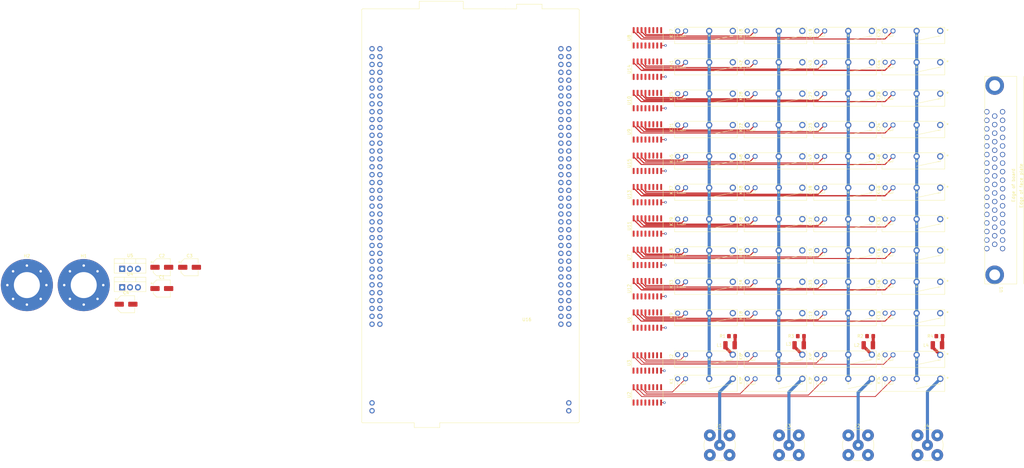
<source format=kicad_pcb>
(kicad_pcb (version 20211014) (generator pcbnew)
  (layers (0 "F.Cu" signal) (1 "In1.Cu" signal "Stwo.Cu") (2 "In2.Cu" signal "GNDA.Cu") (3 "In3.Cu" signal "Sone.Cu") (4 "In4.Cu" signal "GNDB.Cu") (31 "B.Cu" signal) (34 "B.Paste" user) (35 "F.Paste" user) (36 "B.SilkS" user "B.Silkscreen") (37 "F.SilkS" user "F.Silkscreen") (38 "B.Mask" user) (39 "F.Mask" user) (44 "Edge.Cuts" user))
  (net 0 "")
  (net 1 "PWR")
  (net 2 "GND")
  (net 3 "+5V")
  (net 4 "+12V")
  (net 5 "/Instrument/GateConnect")
  (net 6 "VAA")
  (net 7 "/Instrument/GateGround")
  (net 8 "Net-(K2-Pad4)")
  (net 9 "/Instrument/DrainConnect")
  (net 10 "VDD")
  (net 11 "/Instrument/DrainGround")
  (net 12 "Net-(K4-Pad4)")
  (net 13 "/Instrument/SourceConnect")
  (net 14 "VCC")
  (net 15 "/Instrument/SourceGround")
  (net 16 "Net-(K6-Pad4)")
  (net 17 "/Instrument/BodyConnect")
  (net 18 "VPP")
  (net 19 "/Instrument/BodyGround")
  (net 20 "Net-(K8-Pad4)")
  (net 21 "/Channel/RE1")
  (net 22 "/Channel/RE2")
  (net 23 "/Channel/RE3")
  (net 24 "/Channel/RE4")
  (net 25 "Net-(L1-Pad2)")
  (net 26 "Net-(L2-Pad2)")
  (net 27 "Net-(L3-Pad2)")
  (net 28 "Net-(L4-Pad2)")
  (net 39 "/Instrument/GateCon")
  (net 40 "/Instrument/GateGnd")
  (net 41 "/Instrument/SourceCon")
  (net 42 "/Instrument/SourceGnd")
  (net 49 "/Instrument/DrainCon")
  (net 50 "/Instrument/DrainGnd")
  (net 51 "/Instrument/BodyCon")
  (net 52 "/Instrument/BodyGnd")
  (net 59 "/Channel/DigitalGate")
  (net 60 "/Channel/DigitalSource")
  (net 61 "/Channel/DigitalDrain")
  (net 62 "/Channel/DigitalBody")
  (net 69 "/Channel1/RE1")
  (net 70 "/Channel1/RE2")
  (net 71 "/Channel1/RE3")
  (net 72 "/Channel1/RE4")
  (net 73 "/Channel2/RE1")
  (net 74 "/Channel2/RE2")
  (net 75 "/Channel2/RE3")
  (net 76 "/Channel2/RE4")
  (net 77 "/Channel3/RE1")
  (net 78 "/Channel3/RE2")
  (net 79 "/Channel3/RE3")
  (net 80 "/Channel3/RE4")
  (net 81 "/Channel4/RE1")
  (net 82 "/Channel4/RE2")
  (net 83 "/Channel4/RE3")
  (net 84 "/Channel4/RE4")
  (net 85 "/Channel5/RE1")
  (net 86 "/Channel5/RE2")
  (net 87 "/Channel5/RE3")
  (net 88 "/Channel5/RE4")
  (net 89 "/Channel8/RE1")
  (net 90 "/Channel8/RE2")
  (net 91 "/Channel8/RE3")
  (net 92 "/Channel8/RE4")
  (net 93 "/Channel9/RE1")
  (net 94 "/Channel9/RE2")
  (net 95 "/Channel9/RE3")
  (net 96 "/Channel9/RE4")
  (net 97 "/Channel7/RE1")
  (net 98 "/Channel7/RE2")
  (net 99 "/Channel7/RE3")
  (net 100 "/Channel7/RE4")
  (net 101 "/Channel6/RE1")
  (net 102 "/Channel6/RE2")
  (net 103 "/Channel6/RE3")
  (net 104 "/Channel6/RE4")
  (net 105 "/Channel1/DigitalGate")
  (net 106 "/Channel1/DigitalSource")
  (net 107 "/Channel1/DigitalDrain")
  (net 108 "/Channel1/DigitalBody")
  (net 115 "/Channel2/DigitalGate")
  (net 116 "/Channel2/DigitalSource")
  (net 117 "/Channel2/DigitalDrain")
  (net 118 "/Channel2/DigitalBody")
  (net 125 "/Channel3/DigitalGate")
  (net 126 "/Channel3/DigitalSource")
  (net 127 "/Channel3/DigitalDrain")
  (net 128 "/Channel3/DigitalBody")
  (net 135 "/Channel4/DigitalGate")
  (net 136 "/Channel4/DigitalSource")
  (net 137 "/Channel4/DigitalDrain")
  (net 138 "/Channel4/DigitalBody")
  (net 145 "/Channel5/DigitalGate")
  (net 146 "/Channel5/DigitalSource")
  (net 147 "/Channel5/DigitalDrain")
  (net 148 "/Channel5/DigitalBody")
  (net 155 "/Channel8/DigitalGate")
  (net 156 "/Channel8/DigitalSource")
  (net 157 "/Channel8/DigitalDrain")
  (net 158 "/Channel8/DigitalBody")
  (net 165 "/Channel9/DigitalGate")
  (net 166 "/Channel9/DigitalSource")
  (net 167 "/Channel9/DigitalDrain")
  (net 168 "/Channel9/DigitalBody")
  (net 175 "/Channel7/DigitalGate")
  (net 176 "/Channel7/DigitalSource")
  (net 177 "/Channel7/DigitalDrain")
  (net 178 "/Channel7/DigitalBody")
  (net 185 "/Channel6/DigitalGate")
  (net 186 "/Channel6/DigitalSource")
  (net 187 "/Channel6/DigitalDrain")
  (net 188 "/Channel6/DigitalBody")
  (net 195 "/Instrument/gate")
  (net 196 "/Instrument/drain")
  (net 197 "/Instrument/source")
  (net 198 "/Instrument/body")
  (net 327 "Net-(U16-Pad104)")
  (net 328 "/G1")
  (net 329 "/S1")
  (net 330 "/D1")
  (net 331 "/B1")
  (net 332 "/G2")
  (net 333 "/S2")
  (net 334 "/D2")
  (net 335 "/B2")
  (net 336 "/G3")
  (net 337 "/S3")
  (net 338 "/D3")
  (net 339 "/B3")
  (net 340 "/G4")
  (net 341 "/S4")
  (net 342 "/D4")
  (net 343 "/B4")
  (net 344 "/G5")
  (net 345 "/S5")
  (net 346 "/D5")
  (net 347 "/B5")
  (net 348 "/G10")
  (net 349 "/S10")
  (net 350 "/D10")
  (net 351 "/B10")
  (net 352 "/G9")
  (net 353 "/S9")
  (net 354 "/D9")
  (net 355 "/B9")
  (net 356 "/G8")
  (net 357 "/S8")
  (net 358 "/D8")
  (net 359 "/B8")
  (net 360 "/G7")
  (net 361 "/S7")
  (net 362 "/D7")
  (net 363 "/B7")
  (net 364 "/G6")
  (net 365 "/S6")
  (net 366 "/D6")
  (net 367 "/B6")
  (footprint "Resistor_SMD:R_0805_2012Metric_Pad1.20x1.40mm_HandSolder" (layer "F.Cu") (at 175.768 156.5656)
    (fp_text reference "R3")
    (fp_text value "1k")
  )
  (footprint "MountingHole:MountingHole_8.4mm_M8_Pad_Via" (layer "F.Cu") (at -55.68 140.0906)
    (fp_text reference "H1")
    (fp_text value "PWRin")
  )
  (footprint "Inductor_SMD:L_1210_3225Metric_Pad1.42x2.65mm_HandSolder" (layer "F.Cu") (at 152.908 159.4866)
    (fp_text reference "L1")
    (fp_text value "100uH")
  )
  (footprint "IFS-Library:3-1461491-6" (layer "F.Cu") (at 176.24205 98.544736 180)
    (fp_text reference "K46")
    (fp_text value "3-1461491-6" hide)
  )
  (footprint "IFS-Library:3-1461491-6" (layer "F.Cu") (at 220.742914 118.787604 180)
    (fp_text reference "K32")
    (fp_text value "3-1461491-6" hide)
  )
  (footprint "Package_SO:SOIC-16_3.9x9.9mm_P1.27mm" (layer "F.Cu") (at 126.238 90.655388 90)
    (fp_text reference "U9")
    (fp_text value "ULN2003A")
  )
  (footprint "IFS-Library:3-1461491-6" (layer "F.Cu") (at 153.797 78.301868 180)
    (fp_text reference "K25")
    (fp_text value "3-1461491-6" hide)
  )
  (footprint "IFS-Library:3-1461491-6" (layer "F.Cu") (at 153.797 108.66617 180)
    (fp_text reference "K37")
    (fp_text value "3-1461491-6" hide)
  )
  (footprint "Package_SO:SOIC-16_3.9x9.9mm_P1.27mm" (layer "F.Cu") (at 126.2126 175.5282 90)
    (fp_text reference "U2")
    (fp_text value "ULN2003A")
  )
  (footprint "IFS-Library:3-1461491-6" (layer "F.Cu") (at 153.797 88.423302 180)
    (fp_text reference "K21")
    (fp_text value "3-1461491-6" hide)
  )
  (footprint "IFS-Library:3-1461491-6" (layer "F.Cu") (at 198.686525 170.330114 180)
    (fp_text reference "K3")
    (fp_text value "3-1461491-6" hide)
  )
  (footprint "IFS-Library:3-1461491-6" (layer "F.Cu") (at 220.742914 128.909038 180)
    (fp_text reference "K16")
    (fp_text value "3-1461491-6" hide)
  )
  (footprint "IFS-Library:3-1461491-6" (layer "F.Cu") (at 220.742914 78.301868 180)
    (fp_text reference "K28")
    (fp_text value "3-1461491-6" hide)
  )
  (footprint "Inductor_SMD:L_1210_3225Metric_Pad1.42x2.65mm_HandSolder" (layer "F.Cu") (at 175.217666 159.4866)
    (fp_text reference "L3")
    (fp_text value "100uH")
  )
  (footprint "Package_SO:SOIC-16_3.9x9.9mm_P1.27mm" (layer "F.Cu") (at 126.238 121.01969 90)
    (fp_text reference "U11")
    (fp_text value "ULN2003A")
  )
  (footprint "IFS-Library:3-1461491-6" (layer "F.Cu") (at 220.742914 162.608514 180)
    (fp_text reference "K8")
    (fp_text value "3-1461491-6" hide)
  )
  (footprint "IFS-Library:3-1461491-6" (layer "F.Cu") (at 176.24205 162.5346 180)
    (fp_text reference "K6")
    (fp_text value "3-1461491-6" hide)
  )
  (footprint "Package_SO:SOIC-16_3.9x9.9mm_P1.27mm" (layer "F.Cu") (at 126.238 131.141124 90)
    (fp_text reference "U7")
    (fp_text value "ULN2003A")
  )
  (footprint "IFS-Library:3-1461491-6" (layer "F.Cu") (at 220.742914 98.544736 180)
    (fp_text reference "K48")
    (fp_text value "3-1461491-6" hide)
  )
  (footprint "IFS-Library:3-1461491-6" (layer "F.Cu") (at 198.686525 88.423302 180)
    (fp_text reference "K23")
    (fp_text value "3-1461491-6" hide)
  )
  (footprint "IFS-Library:3-1461491-6" (layer "F.Cu") (at 176.24205 128.909038 180)
    (fp_text reference "K14")
    (fp_text value "3-1461491-6" hide)
  )
  (footprint "Capacitor_SMD:CP_Elec_5x5.3" (layer "F.Cu") (at -21.53 134.3406)
    (fp_text reference "C3")
    (fp_text value "10uF")
  )
  (footprint "IFS-Library:3-1461491-6" (layer "F.Cu") (at 176.24205 118.787604 180)
    (fp_text reference "K30")
    (fp_text value "3-1461491-6" hide)
  )
  (footprint "IFS-Library:3-1461491-6" (layer "F.Cu") (at 176.24205 78.301868 180)
    (fp_text reference "K26")
    (fp_text value "3-1461491-6" hide)
  )
  (footprint "Package_SO:SOIC-16_3.9x9.9mm_P1.27mm" (layer "F.Cu") (at 126.238 70.41252 90)
    (fp_text reference "U14")
    (fp_text value "ULN2003A")
  )
  (footprint "Module:ST_Morpho_Connector_144_STLink" (layer "F.Cu") (at 100.8634 152.7048 180)
    (fp_text reference "U16")
    (fp_text value "NUCLEO144-F429ZI")
  )
  (footprint "Capacitor_SMD:CP_Elec_5x5.3" (layer "F.Cu") (at -42.03 146.2606)
    (fp_text reference "C4")
    (fp_text value "10uF")
  )
  (footprint "IFS-Library:3-1461491-6" (layer "F.Cu") (at 198.686525 149.151914 180)
    (fp_text reference "K11")
    (fp_text value "3-1461491-6" hide)
  )
  (footprint "IFS-Library:3-1461491-6" (layer "F.Cu") (at 176.24205 68.180434 180)
    (fp_text reference "K42")
    (fp_text value "3-1461491-6" hide)
  )
  (footprint "Inductor_SMD:L_1210_3225Metric_Pad1.42x2.65mm_HandSolder" (layer "F.Cu") (at 197.527332 159.4866)
    (fp_text reference "L2")
    (fp_text value "100uH")
  )
  (footprint "Package_SO:SOIC-16_3.9x9.9mm_P1.27mm" (layer "F.Cu") (at 126.238 60.291086 90)
    (fp_text reference "U8")
    (fp_text value "ULN2003A")
  )
  (footprint "IFS-Library:3-1461491-6" (layer "F.Cu") (at 153.797 58.059 180)
    (fp_text reference "K17")
    (fp_text value "3-1461491-6" hide)
  )
  (footprint "Resistor_SMD:R_0805_2012Metric_Pad1.20x1.40mm_HandSolder" (layer "F.Cu") (at 198.12 156.5656)
    (fp_text reference "R2")
    (fp_text value "1k")
  )
  (footprint "IFS-Library:3-1461491-6" (layer "F.Cu") (at 198.686525 58.059 180)
    (fp_text reference "K19")
    (fp_text value "3-1461491-6" hide)
  )
  (footprint "IFS-Library:3-1461491-6" (layer "F.Cu") (at 153.797 68.180434 180)
    (fp_text reference "K41")
    (fp_text value "3-1461491-6" hide)
  )
  (footprint "Connector_Coaxial:BNC_TEConnectivity_1478204_Vertical" (layer "F.Cu") (at 149.5552 191.7446)
    (fp_text reference "J1")
    (fp_text value "GATE")
  )
  (footprint "IFS-Library:3-1461491-6" (layer "F.Cu") (at 220.742914 139.030472 180)
    (fp_text reference "K36")
    (fp_text value "3-1461491-6" hide)
  )
  (footprint "Package_TO_SOT_THT:TO-220-3_Vertical" (layer "F.Cu") (at -43.27 134.8406)
    (fp_text reference "U5")
    (fp_text value "LM7812_TO220")
  )
  (footprint "IFS-Library:3-1461491-6" (layer "F.Cu") (at 198.686525 139.030472 180)
    (fp_text reference "K35")
    (fp_text value "3-1461491-6" hide)
  )
  (footprint "IFS-Library:3-1461491-6" (layer "F.Cu") (at 153.797 128.909038 180)
    (fp_text reference "K13")
    (fp_text value "3-1461491-6" hide)
  )
  (footprint "MountingHole:MountingHole_8.4mm_M8_Pad_Via" (layer "F.Cu") (at -74.03 140.0906)
    (fp_text reference "H2")
    (fp_text value "PWRgnd")
  )
  (footprint "IFS-Library:3-1461491-6" (layer "F.Cu") (at 153.797 139.030472 180)
    (fp_text reference "K33")
    (fp_text value "3-1461491-6" hide)
  )
  (footprint "Package_SO:SOIC-16_3.9x9.9mm_P1.27mm" (layer "F.Cu") (at 126.238 80.533954 90)
    (fp_text reference "U10")
    (fp_text value "ULN2003A")
  )
  (footprint "Package_SO:SOIC-16_3.9x9.9mm_P1.27mm" (layer "F.Cu") (at 126.238 110.898256 90)
    (fp_text reference "U13")
    (fp_text value "ULN2003A")
  )
  (footprint "Resistor_SMD:R_0805_2012Metric_Pad1.20x1.40mm_HandSolder" (layer "F.Cu") (at 220.472 156.5656)
    (fp_text reference "R4")
    (fp_text value "1k")
  )
  (footprint "IFS-Library:3-1461491-6" (layer "F.Cu") (at 198.686525 78.301868 180)
    (fp_text reference "K27")
    (fp_text value "3-1461491-6" hide)
  )
  (footprint "IFS-Library:DSUB_50" (layer "F.Cu") (at 238.3158 139.7294 90)
    (fp_text reference "U1")
    (fp_text value "DSUB_50")
  )
  (footprint "IFS-Library:3-1461491-6" (layer "F.Cu") (at 220.765 170.330114 180)
    (fp_text reference "K7")
    (fp_text value "3-1461491-6" hide)
  )
  (footprint "IFS-Library:3-1461491-6" (layer "F.Cu") (at 198.686525 108.66617 180)
    (fp_text reference "K39")
    (fp_text value "3-1461491-6" hide)
  )
  (footprint "Connector_Coaxial:BNC_TEConnectivity_1478204_Vertical" (layer "F.Cu") (at 171.9072 191.7446)
    (fp_text reference "J3")
    (fp_text value "SOURCE")
  )
  (footprint "Package_SO:SOIC-16_3.9x9.9mm_P1.27mm" (layer "F.Cu") (at 126.1872 165.227 90)
    (fp_text reference "U3")
    (fp_text value "ULN2003A")
  )
  (footprint "IFS-Library:3-1461491-6" (layer "F.Cu") (at 220.742914 88.423302 180)
    (fp_text reference "K24")
    (fp_text value "3-1461491-6" hide)
  )
  (footprint "IFS-Library:3-1461491-6" (layer "F.Cu") (at 176.24205 108.66617 180)
    (fp_text reference "K38")
    (fp_text value "3-1461491-6" hide)
  )
  (footprint "IFS-Library:3-1461491-6" (layer "F.Cu") (at 176.24205 149.151914 180)
    (fp_text reference "K10")
    (fp_text value "3-1461491-6" hide)
  )
  (footprint "Inductor_SMD:L_1210_3225Metric_Pad1.42x2.65mm_HandSolder" (layer "F.Cu") (at 219.837 159.4866)
    (fp_text reference "L4")
    (fp_text value "100uH")
  )
  (footprint "IFS-Library:3-1461491-6" (layer "F.Cu") (at 220.742914 58.059 180)
    (fp_text reference "K20")
    (fp_text value "3-1461491-6" hide)
  )
  (footprint "Package_SO:SOIC-16_3.9x9.9mm_P1.27mm" (layer "F.Cu") (at 126.238 141.262558 90)
    (fp_text reference "U12")
    (fp_text value "ULN2003A")
  )
  (footprint "IFS-Library:3-1461491-6" (layer "F.Cu") (at 220.742914 149.151914 180)
    (fp_text reference "K12")
    (fp_text value "3-1461491-6" hide)
  )
  (footprint "Capacitor_SMD:CP_Elec_5x5.3" (layer "F.Cu") (at -30.48 134.3406)
    (fp_text reference "C2")
    (fp_text value "10uF")
  )
  (footprint "IFS-Library:3-1461491-6" (layer "F.Cu") (at 198.686525 162.5346 180)
    (fp_text reference "K4")
    (fp_text value "3-1461491-6" hide)
  )
  (footprint "Package_TO_SOT_THT:TO-220-3_Vertical" (layer "F.Cu") (at -43.27 140.8006)
    (fp_text reference "U4")
    (fp_text value "LM7805_TO220")
  )
  (footprint "Package_SO:SOIC-16_3.9x9.9mm_P1.27mm" (layer "F.Cu") (at 126.238 100.776822 90)
    (fp_text reference "U15")
    (fp_text value "ULN2003A")
  )
  (footprint "IFS-Library:3-1461491-6" (layer "F.Cu") (at 153.797 149.151914 180)
    (fp_text reference "K9")
    (fp_text value "3-1461491-6" hide)
  )
  (footprint "Connector_Coaxial:BNC_TEConnectivity_1478204_Vertical" (layer "F.Cu") (at 194.2592 191.7446)
    (fp_text reference "J2")
    (fp_text value "DRAIN")
  )
  (footprint "IFS-Library:3-1461491-6" (layer "F.Cu") (at 220.742914 108.66617 180)
    (fp_text reference "K40")
    (fp_text value "3-1461491-6" hide)
  )
  (footprint "IFS-Library:3-1461491-6" (layer "F.Cu") (at 198.686525 68.180434 180)
    (fp_text reference "K43")
    (fp_text value "3-1461491-6" hide)
  )
  (footprint "IFS-Library:3-1461491-6" (layer "F.Cu") (at 176.24205 170.330114 180)
    (fp_text reference "K5")
    (fp_text value "3-1461491-6" hide)
  )
  (footprint "Connector_Coaxial:BNC_TEConnectivity_1478204_Vertical" (layer "F.Cu") (at 216.6112 191.7446)
    (fp_text reference "J4")
    (fp_text value "BODY")
  )
  (footprint "IFS-Library:3-1461491-6" (layer "F.Cu") (at 220.742914 68.180434 180)
    (fp_text reference "K44")
    (fp_text value "3-1461491-6" hide)
  )
  (footprint "IFS-Library:3-1461491-6" (layer "F.Cu") (at 198.686525 118.787604 180)
    (fp_text reference "K31")
    (fp_text value "3-1461491-6" hide)
  )
  (footprint "IFS-Library:3-1461491-6" (layer "F.Cu") (at 198.686525 128.909038 180)
    (fp_text reference "K15")
    (fp_text value "3-1461491-6" hide)
  )
  (footprint "IFS-Library:3-1461491-6" (layer "F.Cu") (at 153.797 118.787604 180)
    (fp_text reference "K29")
    (fp_text value "3-1461491-6" hide)
  )
  (footprint "IFS-Library:3-1461491-6" (layer "F.Cu") (at 198.686525 98.544736 180)
    (fp_text reference "K47")
    (fp_text value "3-1461491-6" hide)
  )
  (footprint "IFS-Library:3-1461491-6" (layer "F.Cu") (at 153.797 170.330114 180)
    (fp_text reference "K1")
    (fp_text value "3-1461491-6" hide)
  )
  (footprint "IFS-Library:3-1461491-6" (layer "F.Cu") (at 153.797 162.5346 180)
    (fp_text reference "K2")
    (fp_text value "3-1461491-6" hide)
  )
  (footprint "IFS-Library:3-1461491-6" (layer "F.Cu") (at 176.24205 139.030472 180)
    (fp_text reference "K34")
    (fp_text value "3-1461491-6" hide)
  )
  (footprint "Capacitor_SMD:CP_Elec_5x5.3" (layer "F.Cu") (at -30.48 141.1906)
    (fp_text reference "C1")
    (fp_text value "10uF")
  )
  (footprint "Resistor_SMD:R_0805_2012Metric_Pad1.20x1.40mm_HandSolder" (layer "F.Cu") (at 153.543 156.5656)
    (fp_text reference "R1")
    (fp_text value "1k")
  )
  (footprint "IFS-Library:3-1461491-6" (layer "F.Cu") (at 153.797 98.544736 180)
    (fp_text reference "K45")
    (fp_text value "3-1461491-6" hide)
  )
  (footprint "IFS-Library:3-1461491-6" (layer "F.Cu") (at 176.24205 88.423302 180)
    (fp_text reference "K22")
    (fp_text value "3-1461491-6" hide)
  )
  (footprint "IFS-Library:3-1461491-6" (layer "F.Cu") (at 176.24205 58.059 180)
    (fp_text reference "K18")
    (fp_text value "3-1461491-6" hide)
  )
  (footprint "Package_SO:SOIC-16_3.9x9.9mm_P1.27mm" (layer "F.Cu") (at 126.238 151.384 90)
    (fp_text reference "U6")
    (fp_text value "ULN2003A")
  )
  (segment (start 130.6322 167.702) (end 131.6594 167.702) (width 0.25) (layer "F.Cu") (net 2))
  (segment (start 132.0688 72.88752) (end 132.08 72.87632) (width 0.25) (layer "F.Cu") (net 2))
  (segment (start 132.0688 143.737558) (end 132.08 143.726358) (width 0.25) (layer "F.Cu") (net 2))
  (segment (start 132.0688 113.373256) (end 132.08 113.362056) (width 0.25) (layer "F.Cu") (net 2))
  (segment (start 132.0688 133.616124) (end 132.08 133.604924) (width 0.25) (layer "F.Cu") (net 2))
  (segment (start 132.0688 62.766086) (end 132.08 62.754886) (width 0.25) (layer "F.Cu") (net 2))
  (segment (start 132.0688 93.130388) (end 132.08 93.119188) (width 0.25) (layer "F.Cu") (net 2))
  (segment (start 132.0688 123.49469) (end 132.08 123.48349) (width 0.25) (layer "F.Cu") (net 2))
  (segment (start 132.0688 83.008954) (end 132.08 82.997754) (width 0.25) (layer "F.Cu") (net 2))
  (segment (start 132.0688 103.251822) (end 132.08 103.240622) (width 0.25) (layer "F.Cu") (net 2))
  (segment (start 132.0688 153.859) (end 132.08 153.8478) (width 0.25) (layer "F.Cu") (net 2))
  (segment (start 131.699 178.0032) (end 131.7244 178.0286) (width 0.25) (layer "F.Cu") (net 2))
  (segment (start 130.6576 178.0032) (end 131.699 178.0032) (width 0.25) (layer "F.Cu") (net 2))
  (segment (start 131.6594 167.702) (end 131.699 167.7416) (width 0.25) (layer "F.Cu") (net 2))
  (segment (start 130.683 72.88752) (end 132.0688 72.88752) (width 0.25) (layer "F.Cu") (net 2))
  (segment (start 130.683 143.737558) (end 132.0688 143.737558) (width 0.25) (layer "F.Cu") (net 2))
  (segment (start 130.683 113.373256) (end 132.0688 113.373256) (width 0.25) (layer "F.Cu") (net 2))
  (segment (start 130.683 133.616124) (end 132.0688 133.616124) (width 0.25) (layer "F.Cu") (net 2))
  (segment (start 130.683 62.766086) (end 132.0688 62.766086) (width 0.25) (layer "F.Cu") (net 2))
  (segment (start 130.683 93.130388) (end 132.0688 93.130388) (width 0.25) (layer "F.Cu") (net 2))
  (segment (start 130.683 83.008954) (end 132.0688 83.008954) (width 0.25) (layer "F.Cu") (net 2))
  (segment (start 130.683 123.49469) (end 132.0688 123.49469) (width 0.25) (layer "F.Cu") (net 2))
  (segment (start 130.683 103.251822) (end 132.0688 103.251822) (width 0.25) (layer "F.Cu") (net 2))
  (segment (start 130.683 153.859) (end 132.0688 153.859) (width 0.25) (layer "F.Cu") (net 2))
  (via (at 132.08 133.604924) (size 0.8) (drill 0.4) (layers "F.Cu" "B.Cu") (net 2))
  (via (at 132.08 62.754886) (size 0.8) (drill 0.4) (layers "F.Cu" "B.Cu") (net 2))
  (via (at 132.08 103.240622) (size 0.8) (drill 0.4) (layers "F.Cu" "B.Cu") (net 2))
  (via (at 132.08 143.726358) (size 0.8) (drill 0.4) (layers "F.Cu" "B.Cu") (net 2))
  (via (at 132.08 113.362056) (size 0.8) (drill 0.4) (layers "F.Cu" "B.Cu") (net 2))
  (via (at 132.08 82.997754) (size 0.8) (drill 0.4) (layers "F.Cu" "B.Cu") (net 2))
  (via (at 132.08 72.87632) (size 0.8) (drill 0.4) (layers "F.Cu" "B.Cu") (net 2))
  (via (at 132.08 123.48349) (size 0.8) (drill 0.4) (layers "F.Cu" "B.Cu") (net 2))
  (via (at 132.08 93.119188) (size 0.8) (drill 0.4) (layers "F.Cu" "B.Cu") (net 2))
  (via (at 132.08 153.8478) (size 0.8) (drill 0.4) (layers "F.Cu" "B.Cu") (net 2))
  (via (at 131.7244 178.0286) (size 0.8) (drill 0.4) (layers "F.Cu" "B.Cu") (net 2))
  (via (at 131.699 167.7416) (size 0.8) (drill 0.4) (layers "F.Cu" "B.Cu") (net 2))
  (segment (start 125.5776 174.0916) (end 126.0602 174.5742) (width 0.25) (layer "F.Cu") (net 5))
  (segment (start 125.5776 173.0532) (end 125.5776 174.0916) (width 0.25) (layer "F.Cu") (net 5))
  (segment (start 134.312914 174.5742) (end 138.557 170.330114) (width 0.25) (layer "F.Cu") (net 5))
  (segment (start 126.0602 174.5742) (end 134.312914 174.5742) (width 0.25) (layer "F.Cu") (net 5))
  (segment (start 146.177575 170.329539) (end 146.177 170.330114) (width 1) (layer "B.Cu") (net 6))
  (segment (start 146.177575 58.059) (end 146.177575 170.329539) (width 1) (layer "B.Cu") (net 6))
  (segment (start 125.5522 163.83) (end 125.984 164.2618) (width 0.25) (layer "F.Cu") (net 7))
  (segment (start 136.8298 164.2618) (end 138.557 162.5346) (width 0.25) (layer "F.Cu") (net 7))
  (segment (start 125.984 164.2618) (end 136.8298 164.2618) (width 0.25) (layer "F.Cu") (net 7))
  (segment (start 125.5522 162.752) (end 125.5522 163.83) (width 0.25) (layer "F.Cu") (net 7))
  (segment (start 151.4205 159.4866) (end 151.4205 160.1581) (width 1) (layer "F.Cu") (net 8))
  (segment (start 151.4205 160.1581) (end 153.797 162.5346) (width 1) (layer "F.Cu") (net 8))
  (segment (start 178.186439 175.5902) (end 183.446525 170.330114) (width 0.25) (layer "F.Cu") (net 9))
  (segment (start 123.0376 173.0532) (end 123.0376 173.429272) (width 0.25) (layer "F.Cu") (net 9))
  (segment (start 125.198528 175.5902) (end 178.186439 175.5902) (width 0.25) (layer "F.Cu") (net 9))
  (segment (start 123.0376 173.429272) (end 125.198528 175.5902) (width 0.25) (layer "F.Cu") (net 9))
  (segment (start 191.066525 58.059) (end 191.066525 170.330114) (width 1) (layer "B.Cu") (net 10))
  (segment (start 123.0122 162.752) (end 123.0122 163.128072) (width 0.25) (layer "F.Cu") (net 11))
  (segment (start 125.085728 165.2016) (end 180.779525 165.2016) (width 0.25) (layer "F.Cu") (net 11))
  (segment (start 123.0122 163.128072) (end 125.085728 165.2016) (width 0.25) (layer "F.Cu") (net 11))
  (segment (start 180.779525 165.2016) (end 183.446525 162.5346) (width 0.25) (layer "F.Cu") (net 11))
  (segment (start 196.039832 159.4866) (end 196.039832 159.887907) (width 1) (layer "F.Cu") (net 12))
  (segment (start 196.039832 159.887907) (end 198.686525 162.5346) (width 1) (layer "F.Cu") (net 12))
  (segment (start 124.3076 173.457318) (end 125.983282 175.133) (width 0.25) (layer "F.Cu") (net 13))
  (segment (start 125.983282 175.133) (end 156.199164 175.133) (width 0.25) (layer "F.Cu") (net 13))
  (segment (start 156.199164 175.133) (end 161.00205 170.330114) (width 0.25) (layer "F.Cu") (net 13))
  (segment (start 124.3076 173.0532) (end 124.3076 173.457318) (width 0.25) (layer "F.Cu") (net 13))
  (segment (start 168.62205 58.059) (end 168.62205 170.330114) (width 1) (layer "B.Cu") (net 14))
  (segment (start 158.82533 164.71132) (end 161.00205 162.5346) (width 0.25) (layer "F.Cu") (net 15))
  (segment (start 125.797802 164.71132) (end 158.82533 164.71132) (width 0.25) (layer "F.Cu") (net 15))
  (segment (start 124.2822 163.195718) (end 125.797802 164.71132) (width 0.25) (layer "F.Cu") (net 15))
  (segment (start 124.2822 162.752) (end 124.2822 163.195718) (width 0.25) (layer "F.Cu") (net 15))
  (segment (start 173.730166 160.022716) (end 176.24205 162.5346) (width 1) (layer "F.Cu") (net 16))
  (segment (start 173.730166 159.4866) (end 173.730166 160.022716) (width 1) (layer "F.Cu") (net 16))
  (segment (start 121.7676 173.0532) (end 121.7676 173.429272) (width 0.25) (layer "F.Cu") (net 17))
  (segment (start 124.411128 176.0728) (end 199.782314 176.0728) (width 0.25) (layer "F.Cu") (net 17))
  (segment (start 199.782314 176.0728) (end 205.525 170.330114) (width 0.25) (layer "F.Cu") (net 17))
  (segment (start 121.7676 173.429272) (end 124.411128 176.0728) (width 0.25) (layer "F.Cu") (net 17))
  (segment (start 213.145 88.445388) (end 213.122914 88.423302) (width 1) (layer "B.Cu") (net 18))
  (segment (start 213.145 149.174) (end 213.122914 149.151914) (width 1) (layer "B.Cu") (net 18))
  (segment (start 213.145 128.931124) (end 213.122914 128.909038) (width 1) (layer "B.Cu") (net 18))
  (segment (start 213.145 118.80969) (end 213.122914 118.787604) (width 1) (layer "B.Cu") (net 18))
  (segment (start 213.145 78.323954) (end 213.122914 78.301868) (width 1) (layer "B.Cu") (net 18))
  (segment (start 213.145 68.20252) (end 213.122914 68.180434) (width 1) (layer "B.Cu") (net 18))
  (segment (start 213.145 139.052558) (end 213.122914 139.030472) (width 1) (layer "B.Cu") (net 18))
  (segment (start 213.145 98.566822) (end 213.122914 98.544736) (width 1) (layer "B.Cu") (net 18))
  (segment (start 213.145 108.688256) (end 213.122914 108.66617) (width 1) (layer "B.Cu") (net 18))
  (segment (start 213.145 98.566822) (end 213.122914 98.544736) (width 1) (layer "B.Cu") (net 18))
  (segment (start 213.145 98.566822) (end 213.122914 98.544736) (width 1) (layer "B.Cu") (net 18))
  (segment (start 213.145 68.20252) (end 213.122914 68.180434) (width 1) (layer "B.Cu") (net 18))
  (segment (start 213.145 68.20252) (end 213.122914 68.180434) (width 1) (layer "B.Cu") (net 18))
  (segment (start 213.145 139.052558) (end 213.122914 139.030472) (width 1) (layer "B.Cu") (net 18))
  (segment (start 213.145 139.052558) (end 213.122914 139.030472) (width 1) (layer "B.Cu") (net 18))
  (segment (start 213.145 108.688256) (end 213.122914 108.66617) (width 1) (layer "B.Cu") (net 18))
  (segment (start 213.145 108.688256) (end 213.122914 108.66617) (width 1) (layer "B.Cu") (net 18))
  (segment (start 213.145 98.566822) (end 213.122914 98.544736) (width 1) (layer "B.Cu") (net 18))
  (segment (start 213.145 68.20252) (end 213.122914 68.180434) (width 1) (layer "B.Cu") (net 18))
  (segment (start 213.145 108.688256) (end 213.122914 108.66617) (width 1) (layer "B.Cu") (net 18))
  (segment (start 213.145 139.052558) (end 213.122914 139.030472) (width 1) (layer "B.Cu") (net 18))
  (segment (start 213.145 149.174) (end 213.122914 149.151914) (width 1) (layer "B.Cu") (net 18))
  (segment (start 213.145 128.931124) (end 213.122914 128.909038) (width 1) (layer "B.Cu") (net 18))
  (segment (start 213.145 88.445388) (end 213.122914 88.423302) (width 1) (layer "B.Cu") (net 18))
  (segment (start 213.145 78.323954) (end 213.122914 78.301868) (width 1) (layer "B.Cu") (net 18))
  (segment (start 213.145 118.80969) (end 213.122914 118.787604) (width 1) (layer "B.Cu") (net 18))
  (segment (start 213.145 128.931124) (end 213.122914 128.909038) (width 1) (layer "B.Cu") (net 18))
  (segment (start 213.145 128.931124) (end 213.122914 128.909038) (width 1) (layer "B.Cu") (net 18))
  (segment (start 213.145 58.081086) (end 213.122914 58.059) (width 1) (layer "B.Cu") (net 18))
  (segment (start 213.145 58.081086) (end 213.122914 58.059) (width 1) (layer "B.Cu") (net 18))
  (segment (start 213.145 88.445388) (end 213.122914 88.423302) (width 1) (layer "B.Cu") (net 18))
  (segment (start 213.145 88.445388) (end 213.122914 88.423302) (width 1) (layer "B.Cu") (net 18))
  (segment (start 213.145 78.323954) (end 213.122914 78.301868) (width 1) (layer "B.Cu") (net 18))
  (segment (start 213.145 78.323954) (end 213.122914 78.301868) (width 1) (layer "B.Cu") (net 18))
  (segment (start 213.145 118.80969) (end 213.122914 118.787604) (width 1) (layer "B.Cu") (net 18))
  (segment (start 213.145 118.80969) (end 213.122914 118.787604) (width 1) (layer "B.Cu") (net 18))
  (segment (start 213.145 58.081086) (end 213.122914 58.059) (width 1) (layer "B.Cu") (net 18))
  (segment (start 213.145 170.330114) (end 213.145 58.081086) (width 1) (layer "B.Cu") (net 18))
  (segment (start 121.7422 163.128072) (end 124.265248 165.65112) (width 0.25) (layer "F.Cu") (net 19))
  (segment (start 121.7422 162.752) (end 121.7422 163.128072) (width 0.25) (layer "F.Cu") (net 19))
  (segment (start 202.460308 165.65112) (end 205.502914 162.608514) (width 0.25) (layer "F.Cu") (net 19))
  (segment (start 124.265248 165.65112) (end 202.460308 165.65112) (width 0.25) (layer "F.Cu") (net 19))
  (segment (start 218.3495 159.4866) (end 218.3495 160.2151) (width 1) (layer "F.Cu") (net 20))
  (segment (start 218.3495 160.2151) (end 220.742914 162.608514) (width 1) (layer "F.Cu") (net 20))
  (segment (start 125.603 148.909) (end 125.603 150.0124) (width 0.25) (layer "F.Cu") (net 21))
  (segment (start 125.603 148.909) (end 125.603 150.0124) (width 0.25) (layer "F.Cu") (net 21))
  (segment (start 125.603 148.909) (end 125.603 150.0124) (width 0.25) (layer "F.Cu") (net 21))
  (segment (start 125.9586 150.368) (end 137.340914 150.368) (width 0.25) (layer "F.Cu") (net 21))
  (segment (start 125.9586 150.368) (end 137.340914 150.368) (width 0.25) (layer "F.Cu") (net 21))
  (segment (start 125.9586 150.368) (end 137.340914 150.368) (width 0.25) (layer "F.Cu") (net 21))
  (segment (start 125.603 150.0124) (end 125.9586 150.368) (width 0.25) (layer "F.Cu") (net 21))
  (segment (start 125.603 150.0124) (end 125.9586 150.368) (width 0.25) (layer "F.Cu") (net 21))
  (segment (start 125.603 150.0124) (end 125.9586 150.368) (width 0.25) (layer "F.Cu") (net 21))
  (segment (start 137.340914 150.368) (end 138.557 149.151914) (width 0.25) (layer "F.Cu") (net 21))
  (segment (start 137.340914 150.368) (end 138.557 149.151914) (width 0.25) (layer "F.Cu") (net 21))
  (segment (start 137.340914 150.368) (end 138.557 149.151914) (width 0.25) (layer "F.Cu") (net 21))
  (segment (start 124.333 148.909) (end 124.333 149.378118) (width 0.25) (layer "F.Cu") (net 22))
  (segment (start 124.333 148.909) (end 124.333 149.378118) (width 0.25) (layer "F.Cu") (net 22))
  (segment (start 124.333 148.909) (end 124.333 149.378118) (width 0.25) (layer "F.Cu") (net 22))
  (segment (start 159.336444 150.81752) (end 161.00205 149.151914) (width 0.25) (layer "F.Cu") (net 22))
  (segment (start 159.336444 150.81752) (end 161.00205 149.151914) (width 0.25) (layer "F.Cu") (net 22))
  (segment (start 159.336444 150.81752) (end 161.00205 149.151914) (width 0.25) (layer "F.Cu") (net 22))
  (segment (start 124.333 149.378118) (end 125.772403 150.81752) (width 0.25) (layer "F.Cu") (net 22))
  (segment (start 124.333 149.378118) (end 125.772403 150.81752) (width 0.25) (layer "F.Cu") (net 22))
  (segment (start 124.333 149.378118) (end 125.772403 150.81752) (width 0.25) (layer "F.Cu") (net 22))
  (segment (start 125.772403 150.81752) (end 159.336444 150.81752) (width 0.25) (layer "F.Cu") (net 22))
  (segment (start 125.772403 150.81752) (end 159.336444 150.81752) (width 0.25) (layer "F.Cu") (net 22))
  (segment (start 125.772403 150.81752) (end 159.336444 150.81752) (width 0.25) (layer "F.Cu") (net 22))
  (segment (start 123.063 149.285072) (end 125.060328 151.2824) (width 0.25) (layer "F.Cu") (net 23))
  (segment (start 123.063 149.285072) (end 125.060328 151.2824) (width 0.25) (layer "F.Cu") (net 23))
  (segment (start 123.063 149.285072) (end 125.060328 151.2824) (width 0.25) (layer "F.Cu") (net 23))
  (segment (start 181.316039 151.2824) (end 183.446525 149.151914) (width 0.25) (layer "F.Cu") (net 23))
  (segment (start 181.316039 151.2824) (end 183.446525 149.151914) (width 0.25) (layer "F.Cu") (net 23))
  (segment (start 181.316039 151.2824) (end 183.446525 149.151914) (width 0.25) (layer "F.Cu") (net 23))
  (segment (start 123.063 148.909) (end 123.063 149.285072) (width 0.25) (layer "F.Cu") (net 23))
  (segment (start 123.063 148.909) (end 123.063 149.285072) (width 0.25) (layer "F.Cu") (net 23))
  (segment (start 123.063 148.909) (end 123.063 149.285072) (width 0.25) (layer "F.Cu") (net 23))
  (segment (start 125.060328 151.2824) (end 181.316039 151.2824) (width 0.25) (layer "F.Cu") (net 23))
  (segment (start 125.060328 151.2824) (end 181.316039 151.2824) (width 0.25) (layer "F.Cu") (net 23))
  (segment (start 125.060328 151.2824) (end 181.316039 151.2824) (width 0.25) (layer "F.Cu") (net 23))
  (segment (start 121.793 149.285072) (end 124.247528 151.7396) (width 0.25) (layer "F.Cu") (net 24))
  (segment (start 121.793 149.285072) (end 124.247528 151.7396) (width 0.25) (layer "F.Cu") (net 24))
  (segment (start 121.793 149.285072) (end 124.247528 151.7396) (width 0.25) (layer "F.Cu") (net 24))
  (segment (start 124.247528 151.7396) (end 202.915228 151.7396) (width 0.25) (layer "F.Cu") (net 24))
  (segment (start 124.247528 151.7396) (end 202.915228 151.7396) (width 0.25) (layer "F.Cu") (net 24))
  (segment (start 124.247528 151.7396) (end 202.915228 151.7396) (width 0.25) (layer "F.Cu") (net 24))
  (segment (start 121.793 148.909) (end 121.793 149.285072) (width 0.25) (layer "F.Cu") (net 24))
  (segment (start 121.793 148.909) (end 121.793 149.285072) (width 0.25) (layer "F.Cu") (net 24))
  (segment (start 121.793 148.909) (end 121.793 149.285072) (width 0.25) (layer "F.Cu") (net 24))
  (segment (start 202.915228 151.7396) (end 205.502914 149.151914) (width 0.25) (layer "F.Cu") (net 24))
  (segment (start 202.915228 151.7396) (end 205.502914 149.151914) (width 0.25) (layer "F.Cu") (net 24))
  (segment (start 202.915228 151.7396) (end 205.502914 149.151914) (width 0.25) (layer "F.Cu") (net 24))
  (segment (start 154.543 156.5656) (end 154.543 159.3391) (width 1) (layer "F.Cu") (net 25))
  (segment (start 154.543 159.3391) (end 154.3955 159.4866) (width 1) (layer "F.Cu") (net 25))
  (segment (start 199.12 156.5656) (end 199.12 159.381432) (width 1) (layer "F.Cu") (net 26))
  (segment (start 199.12 159.381432) (end 199.014832 159.4866) (width 1) (layer "F.Cu") (net 26))
  (segment (start 176.768 159.423766) (end 176.705166 159.4866) (width 1) (layer "F.Cu") (net 27))
  (segment (start 176.768 156.5656) (end 176.768 159.423766) (width 1) (layer "F.Cu") (net 27))
  (segment (start 221.472 159.3391) (end 221.3245 159.4866) (width 1) (layer "F.Cu") (net 28))
  (segment (start 221.472 156.5656) (end 221.472 159.3391) (width 1) (layer "F.Cu") (net 28))
  (segment (start 125.603 128.666124) (end 125.603 129.769524) (width 0.25) (layer "F.Cu") (net 69))
  (segment (start 125.603 128.666124) (end 125.603 129.769524) (width 0.25) (layer "F.Cu") (net 69))
  (segment (start 125.603 128.666124) (end 125.603 129.769524) (width 0.25) (layer "F.Cu") (net 69))
  (segment (start 125.603 128.666124) (end 125.603 129.769524) (width 0.25) (layer "F.Cu") (net 69))
  (segment (start 125.603 128.666124) (end 125.603 129.769524) (width 0.25) (layer "F.Cu") (net 69))
  (segment (start 125.603 128.666124) (end 125.603 129.769524) (width 0.25) (layer "F.Cu") (net 69))
  (segment (start 125.9586 130.125124) (end 137.340914 130.125124) (width 0.25) (layer "F.Cu") (net 69))
  (segment (start 125.9586 130.125124) (end 137.340914 130.125124) (width 0.25) (layer "F.Cu") (net 69))
  (segment (start 125.9586 130.125124) (end 137.340914 130.125124) (width 0.25) (layer "F.Cu") (net 69))
  (segment (start 125.9586 130.125124) (end 137.340914 130.125124) (width 0.25) (layer "F.Cu") (net 69))
  (segment (start 125.9586 130.125124) (end 137.340914 130.125124) (width 0.25) (layer "F.Cu") (net 69))
  (segment (start 125.9586 130.125124) (end 137.340914 130.125124) (width 0.25) (layer "F.Cu") (net 69))
  (segment (start 125.603 129.769524) (end 125.9586 130.125124) (width 0.25) (layer "F.Cu") (net 69))
  (segment (start 125.603 129.769524) (end 125.9586 130.125124) (width 0.25) (layer "F.Cu") (net 69))
  (segment (start 125.603 129.769524) (end 125.9586 130.125124) (width 0.25) (layer "F.Cu") (net 69))
  (segment (start 125.603 129.769524) (end 125.9586 130.125124) (width 0.25) (layer "F.Cu") (net 69))
  (segment (start 125.603 129.769524) (end 125.9586 130.125124) (width 0.25) (layer "F.Cu") (net 69))
  (segment (start 125.603 129.769524) (end 125.9586 130.125124) (width 0.25) (layer "F.Cu") (net 69))
  (segment (start 137.340914 130.125124) (end 138.557 128.909038) (width 0.25) (layer "F.Cu") (net 69))
  (segment (start 137.340914 130.125124) (end 138.557 128.909038) (width 0.25) (layer "F.Cu") (net 69))
  (segment (start 137.340914 130.125124) (end 138.557 128.909038) (width 0.25) (layer "F.Cu") (net 69))
  (segment (start 137.340914 130.125124) (end 138.557 128.909038) (width 0.25) (layer "F.Cu") (net 69))
  (segment (start 137.340914 130.125124) (end 138.557 128.909038) (width 0.25) (layer "F.Cu") (net 69))
  (segment (start 137.340914 130.125124) (end 138.557 128.909038) (width 0.25) (layer "F.Cu") (net 69))
  (segment (start 124.333 128.666124) (end 124.333 129.135242) (width 0.25) (layer "F.Cu") (net 70))
  (segment (start 124.333 128.666124) (end 124.333 129.135242) (width 0.25) (layer "F.Cu") (net 70))
  (segment (start 124.333 128.666124) (end 124.333 129.135242) (width 0.25) (layer "F.Cu") (net 70))
  (segment (start 124.333 128.666124) (end 124.333 129.135242) (width 0.25) (layer "F.Cu") (net 70))
  (segment (start 124.333 128.666124) (end 124.333 129.135242) (width 0.25) (layer "F.Cu") (net 70))
  (segment (start 124.333 128.666124) (end 124.333 129.135242) (width 0.25) (layer "F.Cu") (net 70))
  (segment (start 159.336444 130.574644) (end 161.00205 128.909038) (width 0.25) (layer "F.Cu") (net 70))
  (segment (start 159.336444 130.574644) (end 161.00205 128.909038) (width 0.25) (layer "F.Cu") (net 70))
  (segment (start 159.336444 130.574644) (end 161.00205 128.909038) (width 0.25) (layer "F.Cu") (net 70))
  (segment (start 159.336444 130.574644) (end 161.00205 128.909038) (width 0.25) (layer "F.Cu") (net 70))
  (segment (start 159.336444 130.574644) (end 161.00205 128.909038) (width 0.25) (layer "F.Cu") (net 70))
  (segment (start 159.336444 130.574644) (end 161.00205 128.909038) (width 0.25) (layer "F.Cu") (net 70))
  (segment (start 124.333 129.135242) (end 125.772403 130.574644) (width 0.25) (layer "F.Cu") (net 70))
  (segment (start 124.333 129.135242) (end 125.772403 130.574644) (width 0.25) (layer "F.Cu") (net 70))
  (segment (start 124.333 129.135242) (end 125.772403 130.574644) (width 0.25) (layer "F.Cu") (net 70))
  (segment (start 124.333 129.135242) (end 125.772403 130.574644) (width 0.25) (layer "F.Cu") (net 70))
  (segment (start 124.333 129.135242) (end 125.772403 130.574644) (width 0.25) (layer "F.Cu") (net 70))
  (segment (start 124.333 129.135242) (end 125.772403 130.574644) (width 0.25) (layer "F.Cu") (net 70))
  (segment (start 125.772403 130.574644) (end 159.336444 130.574644) (width 0.25) (layer "F.Cu") (net 70))
  (segment (start 125.772403 130.574644) (end 159.336444 130.574644) (width 0.25) (layer "F.Cu") (net 70))
  (segment (start 125.772403 130.574644) (end 159.336444 130.574644) (width 0.25) (layer "F.Cu") (net 70))
  (segment (start 125.772403 130.574644) (end 159.336444 130.574644) (width 0.25) (layer "F.Cu") (net 70))
  (segment (start 125.772403 130.574644) (end 159.336444 130.574644) (width 0.25) (layer "F.Cu") (net 70))
  (segment (start 125.772403 130.574644) (end 159.336444 130.574644) (width 0.25) (layer "F.Cu") (net 70))
  (segment (start 123.063 129.042196) (end 125.060328 131.039524) (width 0.25) (layer "F.Cu") (net 71))
  (segment (start 123.063 129.042196) (end 125.060328 131.039524) (width 0.25) (layer "F.Cu") (net 71))
  (segment (start 123.063 129.042196) (end 125.060328 131.039524) (width 0.25) (layer "F.Cu") (net 71))
  (segment (start 123.063 129.042196) (end 125.060328 131.039524) (width 0.25) (layer "F.Cu") (net 71))
  (segment (start 123.063 129.042196) (end 125.060328 131.039524) (width 0.25) (layer "F.Cu") (net 71))
  (segment (start 123.063 129.042196) (end 125.060328 131.039524) (width 0.25) (layer "F.Cu") (net 71))
  (segment (start 181.316039 131.039524) (end 183.446525 128.909038) (width 0.25) (layer "F.Cu") (net 71))
  (segment (start 181.316039 131.039524) (end 183.446525 128.909038) (width 0.25) (layer "F.Cu") (net 71))
  (segment (start 181.316039 131.039524) (end 183.446525 128.909038) (width 0.25) (layer "F.Cu") (net 71))
  (segment (start 181.316039 131.039524) (end 183.446525 128.909038) (width 0.25) (layer "F.Cu") (net 71))
  (segment (start 181.316039 131.039524) (end 183.446525 128.909038) (width 0.25) (layer "F.Cu") (net 71))
  (segment (start 181.316039 131.039524) (end 183.446525 128.909038) (width 0.25) (layer "F.Cu") (net 71))
  (segment (start 123.063 128.666124) (end 123.063 129.042196) (width 0.25) (layer "F.Cu") (net 71))
  (segment (start 123.063 128.666124) (end 123.063 129.042196) (width 0.25) (layer "F.Cu") (net 71))
  (segment (start 123.063 128.666124) (end 123.063 129.042196) (width 0.25) (layer "F.Cu") (net 71))
  (segment (start 123.063 128.666124) (end 123.063 129.042196) (width 0.25) (layer "F.Cu") (net 71))
  (segment (start 123.063 128.666124) (end 123.063 129.042196) (width 0.25) (layer "F.Cu") (net 71))
  (segment (start 123.063 128.666124) (end 123.063 129.042196) (width 0.25) (layer "F.Cu") (net 71))
  (segment (start 125.060328 131.039524) (end 181.316039 131.039524) (width 0.25) (layer "F.Cu") (net 71))
  (segment (start 125.060328 131.039524) (end 181.316039 131.039524) (width 0.25) (layer "F.Cu") (net 71))
  (segment (start 125.060328 131.039524) (end 181.316039 131.039524) (width 0.25) (layer "F.Cu") (net 71))
  (segment (start 125.060328 131.039524) (end 181.316039 131.039524) (width 0.25) (layer "F.Cu") (net 71))
  (segment (start 125.060328 131.039524) (end 181.316039 131.039524) (width 0.25) (layer "F.Cu") (net 71))
  (segment (start 125.060328 131.039524) (end 181.316039 131.039524) (width 0.25) (layer "F.Cu") (net 71))
  (segment (start 121.793 129.042196) (end 124.247528 131.496724) (width 0.25) (layer "F.Cu") (net 72))
  (segment (start 121.793 129.042196) (end 124.247528 131.496724) (width 0.25) (layer "F.Cu") (net 72))
  (segment (start 121.793 129.042196) (end 124.247528 131.496724) (width 0.25) (layer "F.Cu") (net 72))
  (segment (start 121.793 129.042196) (end 124.247528 131.496724) (width 0.25) (layer "F.Cu") (net 72))
  (segment (start 121.793 129.042196) (end 124.247528 131.496724) (width 0.25) (layer "F.Cu") (net 72))
  (segment (start 121.793 129.042196) (end 124.247528 131.496724) (width 0.25) (layer "F.Cu") (net 72))
  (segment (start 124.247528 131.496724) (end 202.915228 131.496724) (width 0.25) (layer "F.Cu") (net 72))
  (segment (start 124.247528 131.496724) (end 202.915228 131.496724) (width 0.25) (layer "F.Cu") (net 72))
  (segment (start 124.247528 131.496724) (end 202.915228 131.496724) (width 0.25) (layer "F.Cu") (net 72))
  (segment (start 124.247528 131.496724) (end 202.915228 131.496724) (width 0.25) (layer "F.Cu") (net 72))
  (segment (start 124.247528 131.496724) (end 202.915228 131.496724) (width 0.25) (layer "F.Cu") (net 72))
  (segment (start 124.247528 131.496724) (end 202.915228 131.496724) (width 0.25) (layer "F.Cu") (net 72))
  (segment (start 121.793 128.666124) (end 121.793 129.042196) (width 0.25) (layer "F.Cu") (net 72))
  (segment (start 121.793 128.666124) (end 121.793 129.042196) (width 0.25) (layer "F.Cu") (net 72))
  (segment (start 121.793 128.666124) (end 121.793 129.042196) (width 0.25) (layer "F.Cu") (net 72))
  (segment (start 121.793 128.666124) (end 121.793 129.042196) (width 0.25) (layer "F.Cu") (net 72))
  (segment (start 121.793 128.666124) (end 121.793 129.042196) (width 0.25) (layer "F.Cu") (net 72))
  (segment (start 121.793 128.666124) (end 121.793 129.042196) (width 0.25) (layer "F.Cu") (net 72))
  (segment (start 202.915228 131.496724) (end 205.502914 128.909038) (width 0.25) (layer "F.Cu") (net 72))
  (segment (start 202.915228 131.496724) (end 205.502914 128.909038) (width 0.25) (layer "F.Cu") (net 72))
  (segment (start 202.915228 131.496724) (end 205.502914 128.909038) (width 0.25) (layer "F.Cu") (net 72))
  (segment (start 202.915228 131.496724) (end 205.502914 128.909038) (width 0.25) (layer "F.Cu") (net 72))
  (segment (start 202.915228 131.496724) (end 205.502914 128.909038) (width 0.25) (layer "F.Cu") (net 72))
  (segment (start 202.915228 131.496724) (end 205.502914 128.909038) (width 0.25) (layer "F.Cu") (net 72))
  (segment (start 125.603 57.816086) (end 125.603 58.919486) (width 0.25) (layer "F.Cu") (net 73))
  (segment (start 125.603 57.816086) (end 125.603 58.919486) (width 0.25) (layer "F.Cu") (net 73))
  (segment (start 125.603 57.816086) (end 125.603 58.919486) (width 0.25) (layer "F.Cu") (net 73))
  (segment (start 125.603 57.816086) (end 125.603 58.919486) (width 0.25) (layer "F.Cu") (net 73))
  (segment (start 125.9586 59.275086) (end 137.340914 59.275086) (width 0.25) (layer "F.Cu") (net 73))
  (segment (start 125.9586 59.275086) (end 137.340914 59.275086) (width 0.25) (layer "F.Cu") (net 73))
  (segment (start 125.9586 59.275086) (end 137.340914 59.275086) (width 0.25) (layer "F.Cu") (net 73))
  (segment (start 125.9586 59.275086) (end 137.340914 59.275086) (width 0.25) (layer "F.Cu") (net 73))
  (segment (start 125.603 58.919486) (end 125.9586 59.275086) (width 0.25) (layer "F.Cu") (net 73))
  (segment (start 125.603 58.919486) (end 125.9586 59.275086) (width 0.25) (layer "F.Cu") (net 73))
  (segment (start 125.603 58.919486) (end 125.9586 59.275086) (width 0.25) (layer "F.Cu") (net 73))
  (segment (start 125.603 58.919486) (end 125.9586 59.275086) (width 0.25) (layer "F.Cu") (net 73))
  (segment (start 137.340914 59.275086) (end 138.557 58.059) (width 0.25) (layer "F.Cu") (net 73))
  (segment (start 137.340914 59.275086) (end 138.557 58.059) (width 0.25) (layer "F.Cu") (net 73))
  (segment (start 137.340914 59.275086) (end 138.557 58.059) (width 0.25) (layer "F.Cu") (net 73))
  (segment (start 137.340914 59.275086) (end 138.557 58.059) (width 0.25) (layer "F.Cu") (net 73))
  (segment (start 124.333 57.816086) (end 124.333 58.285204) (width 0.25) (layer "F.Cu") (net 74))
  (segment (start 124.333 57.816086) (end 124.333 58.285204) (width 0.25) (layer "F.Cu") (net 74))
  (segment (start 124.333 57.816086) (end 124.333 58.285204) (width 0.25) (layer "F.Cu") (net 74))
  (segment (start 124.333 57.816086) (end 124.333 58.285204) (width 0.25) (layer "F.Cu") (net 74))
  (segment (start 159.336444 59.724606) (end 161.00205 58.059) (width 0.25) (layer "F.Cu") (net 74))
  (segment (start 159.336444 59.724606) (end 161.00205 58.059) (width 0.25) (layer "F.Cu") (net 74))
  (segment (start 159.336444 59.724606) (end 161.00205 58.059) (width 0.25) (layer "F.Cu") (net 74))
  (segment (start 159.336444 59.724606) (end 161.00205 58.059) (width 0.25) (layer "F.Cu") (net 74))
  (segment (start 124.333 58.285204) (end 125.772403 59.724606) (width 0.25) (layer "F.Cu") (net 74))
  (segment (start 124.333 58.285204) (end 125.772403 59.724606) (width 0.25) (layer "F.Cu") (net 74))
  (segment (start 124.333 58.285204) (end 125.772403 59.724606) (width 0.25) (layer "F.Cu") (net 74))
  (segment (start 124.333 58.285204) (end 125.772403 59.724606) (width 0.25) (layer "F.Cu") (net 74))
  (segment (start 125.772403 59.724606) (end 159.336444 59.724606) (width 0.25) (layer "F.Cu") (net 74))
  (segment (start 125.772403 59.724606) (end 159.336444 59.724606) (width 0.25) (layer "F.Cu") (net 74))
  (segment (start 125.772403 59.724606) (end 159.336444 59.724606) (width 0.25) (layer "F.Cu") (net 74))
  (segment (start 125.772403 59.724606) (end 159.336444 59.724606) (width 0.25) (layer "F.Cu") (net 74))
  (segment (start 123.063 58.192158) (end 125.060328 60.189486) (width 0.25) (layer "F.Cu") (net 75))
  (segment (start 123.063 58.192158) (end 125.060328 60.189486) (width 0.25) (layer "F.Cu") (net 75))
  (segment (start 123.063 58.192158) (end 125.060328 60.189486) (width 0.25) (layer "F.Cu") (net 75))
  (segment (start 123.063 58.192158) (end 125.060328 60.189486) (width 0.25) (layer "F.Cu") (net 75))
  (segment (start 181.316039 60.189486) (end 183.446525 58.059) (width 0.25) (layer "F.Cu") (net 75))
  (segment (start 181.316039 60.189486) (end 183.446525 58.059) (width 0.25) (layer "F.Cu") (net 75))
  (segment (start 181.316039 60.189486) (end 183.446525 58.059) (width 0.25) (layer "F.Cu") (net 75))
  (segment (start 181.316039 60.189486) (end 183.446525 58.059) (width 0.25) (layer "F.Cu") (net 75))
  (segment (start 123.063 57.816086) (end 123.063 58.192158) (width 0.25) (layer "F.Cu") (net 75))
  (segment (start 123.063 57.816086) (end 123.063 58.192158) (width 0.25) (layer "F.Cu") (net 75))
  (segment (start 123.063 57.816086) (end 123.063 58.192158) (width 0.25) (layer "F.Cu") (net 75))
  (segment (start 123.063 57.816086) (end 123.063 58.192158) (width 0.25) (layer "F.Cu") (net 75))
  (segment (start 125.060328 60.189486) (end 181.316039 60.189486) (width 0.25) (layer "F.Cu") (net 75))
  (segment (start 125.060328 60.189486) (end 181.316039 60.189486) (width 0.25) (layer "F.Cu") (net 75))
  (segment (start 125.060328 60.189486) (end 181.316039 60.189486) (width 0.25) (layer "F.Cu") (net 75))
  (segment (start 125.060328 60.189486) (end 181.316039 60.189486) (width 0.25) (layer "F.Cu") (net 75))
  (segment (start 121.793 58.192158) (end 124.247528 60.646686) (width 0.25) (layer "F.Cu") (net 76))
  (segment (start 121.793 58.192158) (end 124.247528 60.646686) (width 0.25) (layer "F.Cu") (net 76))
  (segment (start 121.793 58.192158) (end 124.247528 60.646686) (width 0.25) (layer "F.Cu") (net 76))
  (segment (start 121.793 58.192158) (end 124.247528 60.646686) (width 0.25) (layer "F.Cu") (net 76))
  (segment (start 124.247528 60.646686) (end 202.915228 60.646686) (width 0.25) (layer "F.Cu") (net 76))
  (segment (start 124.247528 60.646686) (end 202.915228 60.646686) (width 0.25) (layer "F.Cu") (net 76))
  (segment (start 124.247528 60.646686) (end 202.915228 60.646686) (width 0.25) (layer "F.Cu") (net 76))
  (segment (start 124.247528 60.646686) (end 202.915228 60.646686) (width 0.25) (layer "F.Cu") (net 76))
  (segment (start 121.793 57.816086) (end 121.793 58.192158) (width 0.25) (layer "F.Cu") (net 76))
  (segment (start 121.793 57.816086) (end 121.793 58.192158) (width 0.25) (layer "F.Cu") (net 76))
  (segment (start 121.793 57.816086) (end 121.793 58.192158) (width 0.25) (layer "F.Cu") (net 76))
  (segment (start 121.793 57.816086) (end 121.793 58.192158) (width 0.25) (layer "F.Cu") (net 76))
  (segment (start 202.915228 60.646686) (end 205.502914 58.059) (width 0.25) (layer "F.Cu") (net 76))
  (segment (start 202.915228 60.646686) (end 205.502914 58.059) (width 0.25) (layer "F.Cu") (net 76))
  (segment (start 202.915228 60.646686) (end 205.502914 58.059) (width 0.25) (layer "F.Cu") (net 76))
  (segment (start 202.915228 60.646686) (end 205.502914 58.059) (width 0.25) (layer "F.Cu") (net 76))
  (segment (start 125.603 88.180388) (end 125.603 89.283788) (width 0.25) (layer "F.Cu") (net 77))
  (segment (start 125.603 88.180388) (end 125.603 89.283788) (width 0.25) (layer "F.Cu") (net 77))
  (segment (start 125.603 88.180388) (end 125.603 89.283788) (width 0.25) (layer "F.Cu") (net 77))
  (segment (start 125.603 88.180388) (end 125.603 89.283788) (width 0.25) (layer "F.Cu") (net 77))
  (segment (start 125.603 88.180388) (end 125.603 89.283788) (width 0.25) (layer "F.Cu") (net 77))
  (segment (start 125.603 88.180388) (end 125.603 89.283788) (width 0.25) (layer "F.Cu") (net 77))
  (segment (start 125.9586 89.639388) (end 137.340914 89.639388) (width 0.25) (layer "F.Cu") (net 77))
  (segment (start 125.9586 89.639388) (end 137.340914 89.639388) (width 0.25) (layer "F.Cu") (net 77))
  (segment (start 125.9586 89.639388) (end 137.340914 89.639388) (width 0.25) (layer "F.Cu") (net 77))
  (segment (start 125.9586 89.639388) (end 137.340914 89.639388) (width 0.25) (layer "F.Cu") (net 77))
  (segment (start 125.9586 89.639388) (end 137.340914 89.639388) (width 0.25) (layer "F.Cu") (net 77))
  (segment (start 125.9586 89.639388) (end 137.340914 89.639388) (width 0.25) (layer "F.Cu") (net 77))
  (segment (start 125.603 89.283788) (end 125.9586 89.639388) (width 0.25) (layer "F.Cu") (net 77))
  (segment (start 125.603 89.283788) (end 125.9586 89.639388) (width 0.25) (layer "F.Cu") (net 77))
  (segment (start 125.603 89.283788) (end 125.9586 89.639388) (width 0.25) (layer "F.Cu") (net 77))
  (segment (start 125.603 89.283788) (end 125.9586 89.639388) (width 0.25) (layer "F.Cu") (net 77))
  (segment (start 125.603 89.283788) (end 125.9586 89.639388) (width 0.25) (layer "F.Cu") (net 77))
  (segment (start 125.603 89.283788) (end 125.9586 89.639388) (width 0.25) (layer "F.Cu") (net 77))
  (segment (start 137.340914 89.639388) (end 138.557 88.423302) (width 0.25) (layer "F.Cu") (net 77))
  (segment (start 137.340914 89.639388) (end 138.557 88.423302) (width 0.25) (layer "F.Cu") (net 77))
  (segment (start 137.340914 89.639388) (end 138.557 88.423302) (width 0.25) (layer "F.Cu") (net 77))
  (segment (start 137.340914 89.639388) (end 138.557 88.423302) (width 0.25) (layer "F.Cu") (net 77))
  (segment (start 137.340914 89.639388) (end 138.557 88.423302) (width 0.25) (layer "F.Cu") (net 77))
  (segment (start 137.340914 89.639388) (end 138.557 88.423302) (width 0.25) (layer "F.Cu") (net 77))
  (segment (start 124.333 88.180388) (end 124.333 88.649506) (width 0.25) (layer "F.Cu") (net 78))
  (segment (start 124.333 88.180388) (end 124.333 88.649506) (width 0.25) (layer "F.Cu") (net 78))
  (segment (start 124.333 88.180388) (end 124.333 88.649506) (width 0.25) (layer "F.Cu") (net 78))
  (segment (start 124.333 88.180388) (end 124.333 88.649506) (width 0.25) (layer "F.Cu") (net 78))
  (segment (start 124.333 88.180388) (end 124.333 88.649506) (width 0.25) (layer "F.Cu") (net 78))
  (segment (start 124.333 88.180388) (end 124.333 88.649506) (width 0.25) (layer "F.Cu") (net 78))
  (segment (start 159.336444 90.088908) (end 161.00205 88.423302) (width 0.25) (layer "F.Cu") (net 78))
  (segment (start 159.336444 90.088908) (end 161.00205 88.423302) (width 0.25) (layer "F.Cu") (net 78))
  (segment (start 159.336444 90.088908) (end 161.00205 88.423302) (width 0.25) (layer "F.Cu") (net 78))
  (segment (start 159.336444 90.088908) (end 161.00205 88.423302) (width 0.25) (layer "F.Cu") (net 78))
  (segment (start 159.336444 90.088908) (end 161.00205 88.423302) (width 0.25) (layer "F.Cu") (net 78))
  (segment (start 159.336444 90.088908) (end 161.00205 88.423302) (width 0.25) (layer "F.Cu") (net 78))
  (segment (start 124.333 88.649506) (end 125.772403 90.088908) (width 0.25) (layer "F.Cu") (net 78))
  (segment (start 124.333 88.649506) (end 125.772403 90.088908) (width 0.25) (layer "F.Cu") (net 78))
  (segment (start 124.333 88.649506) (end 125.772403 90.088908) (width 0.25) (layer "F.Cu") (net 78))
  (segment (start 124.333 88.649506) (end 125.772403 90.088908) (width 0.25) (layer "F.Cu") (net 78))
  (segment (start 124.333 88.649506) (end 125.772403 90.088908) (width 0.25) (layer "F.Cu") (net 78))
  (segment (start 124.333 88.649506) (end 125.772403 90.088908) (width 0.25) (layer "F.Cu") (net 78))
  (segment (start 125.772403 90.088908) (end 159.336444 90.088908) (width 0.25) (layer "F.Cu") (net 78))
  (segment (start 125.772403 90.088908) (end 159.336444 90.088908) (width 0.25) (layer "F.Cu") (net 78))
  (segment (start 125.772403 90.088908) (end 159.336444 90.088908) (width 0.25) (layer "F.Cu") (net 78))
  (segment (start 125.772403 90.088908) (end 159.336444 90.088908) (width 0.25) (layer "F.Cu") (net 78))
  (segment (start 125.772403 90.088908) (end 159.336444 90.088908) (width 0.25) (layer "F.Cu") (net 78))
  (segment (start 125.772403 90.088908) (end 159.336444 90.088908) (width 0.25) (layer "F.Cu") (net 78))
  (segment (start 123.063 88.55646) (end 125.060328 90.553788) (width 0.25) (layer "F.Cu") (net 79))
  (segment (start 123.063 88.55646) (end 125.060328 90.553788) (width 0.25) (layer "F.Cu") (net 79))
  (segment (start 123.063 88.55646) (end 125.060328 90.553788) (width 0.25) (layer "F.Cu") (net 79))
  (segment (start 123.063 88.55646) (end 125.060328 90.553788) (width 0.25) (layer "F.Cu") (net 79))
  (segment (start 123.063 88.55646) (end 125.060328 90.553788) (width 0.25) (layer "F.Cu") (net 79))
  (segment (start 123.063 88.55646) (end 125.060328 90.553788) (width 0.25) (layer "F.Cu") (net 79))
  (segment (start 181.316039 90.553788) (end 183.446525 88.423302) (width 0.25) (layer "F.Cu") (net 79))
  (segment (start 181.316039 90.553788) (end 183.446525 88.423302) (width 0.25) (layer "F.Cu") (net 79))
  (segment (start 181.316039 90.553788) (end 183.446525 88.423302) (width 0.25) (layer "F.Cu") (net 79))
  (segment (start 181.316039 90.553788) (end 183.446525 88.423302) (width 0.25) (layer "F.Cu") (net 79))
  (segment (start 181.316039 90.553788) (end 183.446525 88.423302) (width 0.25) (layer "F.Cu") (net 79))
  (segment (start 181.316039 90.553788) (end 183.446525 88.423302) (width 0.25) (layer "F.Cu") (net 79))
  (segment (start 123.063 88.180388) (end 123.063 88.55646) (width 0.25) (layer "F.Cu") (net 79))
  (segment (start 123.063 88.180388) (end 123.063 88.55646) (width 0.25) (layer "F.Cu") (net 79))
  (segment (start 123.063 88.180388) (end 123.063 88.55646) (width 0.25) (layer "F.Cu") (net 79))
  (segment (start 123.063 88.180388) (end 123.063 88.55646) (width 0.25) (layer "F.Cu") (net 79))
  (segment (start 123.063 88.180388) (end 123.063 88.55646) (width 0.25) (layer "F.Cu") (net 79))
  (segment (start 123.063 88.180388) (end 123.063 88.55646) (width 0.25) (layer "F.Cu") (net 79))
  (segment (start 125.060328 90.553788) (end 181.316039 90.553788) (width 0.25) (layer "F.Cu") (net 79))
  (segment (start 125.060328 90.553788) (end 181.316039 90.553788) (width 0.25) (layer "F.Cu") (net 79))
  (segment (start 125.060328 90.553788) (end 181.316039 90.553788) (width 0.25) (layer "F.Cu") (net 79))
  (segment (start 125.060328 90.553788) (end 181.316039 90.553788) (width 0.25) (layer "F.Cu") (net 79))
  (segment (start 125.060328 90.553788) (end 181.316039 90.553788) (width 0.25) (layer "F.Cu") (net 79))
  (segment (start 125.060328 90.553788) (end 181.316039 90.553788) (width 0.25) (layer "F.Cu") (net 79))
  (segment (start 121.793 88.55646) (end 124.247528 91.010988) (width 0.25) (layer "F.Cu") (net 80))
  (segment (start 121.793 88.55646) (end 124.247528 91.010988) (width 0.25) (layer "F.Cu") (net 80))
  (segment (start 121.793 88.55646) (end 124.247528 91.010988) (width 0.25) (layer "F.Cu") (net 80))
  (segment (start 121.793 88.55646) (end 124.247528 91.010988) (width 0.25) (layer "F.Cu") (net 80))
  (segment (start 121.793 88.55646) (end 124.247528 91.010988) (width 0.25) (layer "F.Cu") (net 80))
  (segment (start 121.793 88.55646) (end 124.247528 91.010988) (width 0.25) (layer "F.Cu") (net 80))
  (segment (start 124.247528 91.010988) (end 202.915228 91.010988) (width 0.25) (layer "F.Cu") (net 80))
  (segment (start 124.247528 91.010988) (end 202.915228 91.010988) (width 0.25) (layer "F.Cu") (net 80))
  (segment (start 124.247528 91.010988) (end 202.915228 91.010988) (width 0.25) (layer "F.Cu") (net 80))
  (segment (start 124.247528 91.010988) (end 202.915228 91.010988) (width 0.25) (layer "F.Cu") (net 80))
  (segment (start 124.247528 91.010988) (end 202.915228 91.010988) (width 0.25) (layer "F.Cu") (net 80))
  (segment (start 124.247528 91.010988) (end 202.915228 91.010988) (width 0.25) (layer "F.Cu") (net 80))
  (segment (start 121.793 88.180388) (end 121.793 88.55646) (width 0.25) (layer "F.Cu") (net 80))
  (segment (start 121.793 88.180388) (end 121.793 88.55646) (width 0.25) (layer "F.Cu") (net 80))
  (segment (start 121.793 88.180388) (end 121.793 88.55646) (width 0.25) (layer "F.Cu") (net 80))
  (segment (start 121.793 88.180388) (end 121.793 88.55646) (width 0.25) (layer "F.Cu") (net 80))
  (segment (start 121.793 88.180388) (end 121.793 88.55646) (width 0.25) (layer "F.Cu") (net 80))
  (segment (start 121.793 88.180388) (end 121.793 88.55646) (width 0.25) (layer "F.Cu") (net 80))
  (segment (start 202.915228 91.010988) (end 205.502914 88.423302) (width 0.25) (layer "F.Cu") (net 80))
  (segment (start 202.915228 91.010988) (end 205.502914 88.423302) (width 0.25) (layer "F.Cu") (net 80))
  (segment (start 202.915228 91.010988) (end 205.502914 88.423302) (width 0.25) (layer "F.Cu") (net 80))
  (segment (start 202.915228 91.010988) (end 205.502914 88.423302) (width 0.25) (layer "F.Cu") (net 80))
  (segment (start 202.915228 91.010988) (end 205.502914 88.423302) (width 0.25) (layer "F.Cu") (net 80))
  (segment (start 202.915228 91.010988) (end 205.502914 88.423302) (width 0.25) (layer "F.Cu") (net 80))
  (segment (start 125.603 78.058954) (end 125.603 79.162354) (width 0.25) (layer "F.Cu") (net 81))
  (segment (start 125.603 78.058954) (end 125.603 79.162354) (width 0.25) (layer "F.Cu") (net 81))
  (segment (start 125.603 78.058954) (end 125.603 79.162354) (width 0.25) (layer "F.Cu") (net 81))
  (segment (start 125.603 78.058954) (end 125.603 79.162354) (width 0.25) (layer "F.Cu") (net 81))
  (segment (start 125.603 78.058954) (end 125.603 79.162354) (width 0.25) (layer "F.Cu") (net 81))
  (segment (start 125.603 78.058954) (end 125.603 79.162354) (width 0.25) (layer "F.Cu") (net 81))
  (segment (start 125.9586 79.517954) (end 137.340914 79.517954) (width 0.25) (layer "F.Cu") (net 81))
  (segment (start 125.9586 79.517954) (end 137.340914 79.517954) (width 0.25) (layer "F.Cu") (net 81))
  (segment (start 125.9586 79.517954) (end 137.340914 79.517954) (width 0.25) (layer "F.Cu") (net 81))
  (segment (start 125.9586 79.517954) (end 137.340914 79.517954) (width 0.25) (layer "F.Cu") (net 81))
  (segment (start 125.9586 79.517954) (end 137.340914 79.517954) (width 0.25) (layer "F.Cu") (net 81))
  (segment (start 125.9586 79.517954) (end 137.340914 79.517954) (width 0.25) (layer "F.Cu") (net 81))
  (segment (start 125.603 79.162354) (end 125.9586 79.517954) (width 0.25) (layer "F.Cu") (net 81))
  (segment (start 125.603 79.162354) (end 125.9586 79.517954) (width 0.25) (layer "F.Cu") (net 81))
  (segment (start 125.603 79.162354) (end 125.9586 79.517954) (width 0.25) (layer "F.Cu") (net 81))
  (segment (start 125.603 79.162354) (end 125.9586 79.517954) (width 0.25) (layer "F.Cu") (net 81))
  (segment (start 125.603 79.162354) (end 125.9586 79.517954) (width 0.25) (layer "F.Cu") (net 81))
  (segment (start 125.603 79.162354) (end 125.9586 79.517954) (width 0.25) (layer "F.Cu") (net 81))
  (segment (start 137.340914 79.517954) (end 138.557 78.301868) (width 0.25) (layer "F.Cu") (net 81))
  (segment (start 137.340914 79.517954) (end 138.557 78.301868) (width 0.25) (layer "F.Cu") (net 81))
  (segment (start 137.340914 79.517954) (end 138.557 78.301868) (width 0.25) (layer "F.Cu") (net 81))
  (segment (start 137.340914 79.517954) (end 138.557 78.301868) (width 0.25) (layer "F.Cu") (net 81))
  (segment (start 137.340914 79.517954) (end 138.557 78.301868) (width 0.25) (layer "F.Cu") (net 81))
  (segment (start 137.340914 79.517954) (end 138.557 78.301868) (width 0.25) (layer "F.Cu") (net 81))
  (segment (start 124.333 78.058954) (end 124.333 78.528072) (width 0.25) (layer "F.Cu") (net 82))
  (segment (start 124.333 78.058954) (end 124.333 78.528072) (width 0.25) (layer "F.Cu") (net 82))
  (segment (start 124.333 78.058954) (end 124.333 78.528072) (width 0.25) (layer "F.Cu") (net 82))
  (segment (start 124.333 78.058954) (end 124.333 78.528072) (width 0.25) (layer "F.Cu") (net 82))
  (segment (start 124.333 78.058954) (end 124.333 78.528072) (width 0.25) (layer "F.Cu") (net 82))
  (segment (start 124.333 78.058954) (end 124.333 78.528072) (width 0.25) (layer "F.Cu") (net 82))
  (segment (start 159.336444 79.967474) (end 161.00205 78.301868) (width 0.25) (layer "F.Cu") (net 82))
  (segment (start 159.336444 79.967474) (end 161.00205 78.301868) (width 0.25) (layer "F.Cu") (net 82))
  (segment (start 159.336444 79.967474) (end 161.00205 78.301868) (width 0.25) (layer "F.Cu") (net 82))
  (segment (start 159.336444 79.967474) (end 161.00205 78.301868) (width 0.25) (layer "F.Cu") (net 82))
  (segment (start 159.336444 79.967474) (end 161.00205 78.301868) (width 0.25) (layer "F.Cu") (net 82))
  (segment (start 159.336444 79.967474) (end 161.00205 78.301868) (width 0.25) (layer "F.Cu") (net 82))
  (segment (start 124.333 78.528072) (end 125.772403 79.967474) (width 0.25) (layer "F.Cu") (net 82))
  (segment (start 124.333 78.528072) (end 125.772403 79.967474) (width 0.25) (layer "F.Cu") (net 82))
  (segment (start 124.333 78.528072) (end 125.772403 79.967474) (width 0.25) (layer "F.Cu") (net 82))
  (segment (start 124.333 78.528072) (end 125.772403 79.967474) (width 0.25) (layer "F.Cu") (net 82))
  (segment (start 124.333 78.528072) (end 125.772403 79.967474) (width 0.25) (layer "F.Cu") (net 82))
  (segment (start 124.333 78.528072) (end 125.772403 79.967474) (width 0.25) (layer "F.Cu") (net 82))
  (segment (start 125.772403 79.967474) (end 159.336444 79.967474) (width 0.25) (layer "F.Cu") (net 82))
  (segment (start 125.772403 79.967474) (end 159.336444 79.967474) (width 0.25) (layer "F.Cu") (net 82))
  (segment (start 125.772403 79.967474) (end 159.336444 79.967474) (width 0.25) (layer "F.Cu") (net 82))
  (segment (start 125.772403 79.967474) (end 159.336444 79.967474) (width 0.25) (layer "F.Cu") (net 82))
  (segment (start 125.772403 79.967474) (end 159.336444 79.967474) (width 0.25) (layer "F.Cu") (net 82))
  (segment (start 125.772403 79.967474) (end 159.336444 79.967474) (width 0.25) (layer "F.Cu") (net 82))
  (segment (start 123.063 78.435026) (end 125.060328 80.432354) (width 0.25) (layer "F.Cu") (net 83))
  (segment (start 123.063 78.435026) (end 125.060328 80.432354) (width 0.25) (layer "F.Cu") (net 83))
  (segment (start 123.063 78.435026) (end 125.060328 80.432354) (width 0.25) (layer "F.Cu") (net 83))
  (segment (start 123.063 78.435026) (end 125.060328 80.432354) (width 0.25) (layer "F.Cu") (net 83))
  (segment (start 123.063 78.435026) (end 125.060328 80.432354) (width 0.25) (layer "F.Cu") (net 83))
  (segment (start 123.063 78.435026) (end 125.060328 80.432354) (width 0.25) (layer "F.Cu") (net 83))
  (segment (start 181.316039 80.432354) (end 183.446525 78.301868) (width 0.25) (layer "F.Cu") (net 83))
  (segment (start 181.316039 80.432354) (end 183.446525 78.301868) (width 0.25) (layer "F.Cu") (net 83))
  (segment (start 181.316039 80.432354) (end 183.446525 78.301868) (width 0.25) (layer "F.Cu") (net 83))
  (segment (start 181.316039 80.432354) (end 183.446525 78.301868) (width 0.25) (layer "F.Cu") (net 83))
  (segment (start 181.316039 80.432354) (end 183.446525 78.301868) (width 0.25) (layer "F.Cu") (net 83))
  (segment (start 181.316039 80.432354) (end 183.446525 78.301868) (width 0.25) (layer "F.Cu") (net 83))
  (segment (start 123.063 78.058954) (end 123.063 78.435026) (width 0.25) (layer "F.Cu") (net 83))
  (segment (start 123.063 78.058954) (end 123.063 78.435026) (width 0.25) (layer "F.Cu") (net 83))
  (segment (start 123.063 78.058954) (end 123.063 78.435026) (width 0.25) (layer "F.Cu") (net 83))
  (segment (start 123.063 78.058954) (end 123.063 78.435026) (width 0.25) (layer "F.Cu") (net 83))
  (segment (start 123.063 78.058954) (end 123.063 78.435026) (width 0.25) (layer "F.Cu") (net 83))
  (segment (start 123.063 78.058954) (end 123.063 78.435026) (width 0.25) (layer "F.Cu") (net 83))
  (segment (start 125.060328 80.432354) (end 181.316039 80.432354) (width 0.25) (layer "F.Cu") (net 83))
  (segment (start 125.060328 80.432354) (end 181.316039 80.432354) (width 0.25) (layer "F.Cu") (net 83))
  (segment (start 125.060328 80.432354) (end 181.316039 80.432354) (width 0.25) (layer "F.Cu") (net 83))
  (segment (start 125.060328 80.432354) (end 181.316039 80.432354) (width 0.25) (layer "F.Cu") (net 83))
  (segment (start 125.060328 80.432354) (end 181.316039 80.432354) (width 0.25) (layer "F.Cu") (net 83))
  (segment (start 125.060328 80.432354) (end 181.316039 80.432354) (width 0.25) (layer "F.Cu") (net 83))
  (segment (start 121.793 78.435026) (end 124.247528 80.889554) (width 0.25) (layer "F.Cu") (net 84))
  (segment (start 121.793 78.435026) (end 124.247528 80.889554) (width 0.25) (layer "F.Cu") (net 84))
  (segment (start 121.793 78.435026) (end 124.247528 80.889554) (width 0.25) (layer "F.Cu") (net 84))
  (segment (start 121.793 78.435026) (end 124.247528 80.889554) (width 0.25) (layer "F.Cu") (net 84))
  (segment (start 121.793 78.435026) (end 124.247528 80.889554) (width 0.25) (layer "F.Cu") (net 84))
  (segment (start 121.793 78.435026) (end 124.247528 80.889554) (width 0.25) (layer "F.Cu") (net 84))
  (segment (start 124.247528 80.889554) (end 202.915228 80.889554) (width 0.25) (layer "F.Cu") (net 84))
  (segment (start 124.247528 80.889554) (end 202.915228 80.889554) (width 0.25) (layer "F.Cu") (net 84))
  (segment (start 124.247528 80.889554) (end 202.915228 80.889554) (width 0.25) (layer "F.Cu") (net 84))
  (segment (start 124.247528 80.889554) (end 202.915228 80.889554) (width 0.25) (layer "F.Cu") (net 84))
  (segment (start 124.247528 80.889554) (end 202.915228 80.889554) (width 0.25) (layer "F.Cu") (net 84))
  (segment (start 124.247528 80.889554) (end 202.915228 80.889554) (width 0.25) (layer "F.Cu") (net 84))
  (segment (start 121.793 78.058954) (end 121.793 78.435026) (width 0.25) (layer "F.Cu") (net 84))
  (segment (start 121.793 78.058954) (end 121.793 78.435026) (width 0.25) (layer "F.Cu") (net 84))
  (segment (start 121.793 78.058954) (end 121.793 78.435026) (width 0.25) (layer "F.Cu") (net 84))
  (segment (start 121.793 78.058954) (end 121.793 78.435026) (width 0.25) (layer "F.Cu") (net 84))
  (segment (start 121.793 78.058954) (end 121.793 78.435026) (width 0.25) (layer "F.Cu") (net 84))
  (segment (start 121.793 78.058954) (end 121.793 78.435026) (width 0.25) (layer "F.Cu") (net 84))
  (segment (start 202.915228 80.889554) (end 205.502914 78.301868) (width 0.25) (layer "F.Cu") (net 84))
  (segment (start 202.915228 80.889554) (end 205.502914 78.301868) (width 0.25) (layer "F.Cu") (net 84))
  (segment (start 202.915228 80.889554) (end 205.502914 78.301868) (width 0.25) (layer "F.Cu") (net 84))
  (segment (start 202.915228 80.889554) (end 205.502914 78.301868) (width 0.25) (layer "F.Cu") (net 84))
  (segment (start 202.915228 80.889554) (end 205.502914 78.301868) (width 0.25) (layer "F.Cu") (net 84))
  (segment (start 202.915228 80.889554) (end 205.502914 78.301868) (width 0.25) (layer "F.Cu") (net 84))
  (segment (start 125.603 118.54469) (end 125.603 119.64809) (width 0.25) (layer "F.Cu") (net 85))
  (segment (start 125.603 118.54469) (end 125.603 119.64809) (width 0.25) (layer "F.Cu") (net 85))
  (segment (start 125.603 118.54469) (end 125.603 119.64809) (width 0.25) (layer "F.Cu") (net 85))
  (segment (start 125.603 118.54469) (end 125.603 119.64809) (width 0.25) (layer "F.Cu") (net 85))
  (segment (start 125.603 118.54469) (end 125.603 119.64809) (width 0.25) (layer "F.Cu") (net 85))
  (segment (start 125.603 118.54469) (end 125.603 119.64809) (width 0.25) (layer "F.Cu") (net 85))
  (segment (start 125.9586 120.00369) (end 137.340914 120.00369) (width 0.25) (layer "F.Cu") (net 85))
  (segment (start 125.9586 120.00369) (end 137.340914 120.00369) (width 0.25) (layer "F.Cu") (net 85))
  (segment (start 125.9586 120.00369) (end 137.340914 120.00369) (width 0.25) (layer "F.Cu") (net 85))
  (segment (start 125.9586 120.00369) (end 137.340914 120.00369) (width 0.25) (layer "F.Cu") (net 85))
  (segment (start 125.9586 120.00369) (end 137.340914 120.00369) (width 0.25) (layer "F.Cu") (net 85))
  (segment (start 125.9586 120.00369) (end 137.340914 120.00369) (width 0.25) (layer "F.Cu") (net 85))
  (segment (start 125.603 119.64809) (end 125.9586 120.00369) (width 0.25) (layer "F.Cu") (net 85))
  (segment (start 125.603 119.64809) (end 125.9586 120.00369) (width 0.25) (layer "F.Cu") (net 85))
  (segment (start 125.603 119.64809) (end 125.9586 120.00369) (width 0.25) (layer "F.Cu") (net 85))
  (segment (start 125.603 119.64809) (end 125.9586 120.00369) (width 0.25) (layer "F.Cu") (net 85))
  (segment (start 125.603 119.64809) (end 125.9586 120.00369) (width 0.25) (layer "F.Cu") (net 85))
  (segment (start 125.603 119.64809) (end 125.9586 120.00369) (width 0.25) (layer "F.Cu") (net 85))
  (segment (start 137.340914 120.00369) (end 138.557 118.787604) (width 0.25) (layer "F.Cu") (net 85))
  (segment (start 137.340914 120.00369) (end 138.557 118.787604) (width 0.25) (layer "F.Cu") (net 85))
  (segment (start 137.340914 120.00369) (end 138.557 118.787604) (width 0.25) (layer "F.Cu") (net 85))
  (segment (start 137.340914 120.00369) (end 138.557 118.787604) (width 0.25) (layer "F.Cu") (net 85))
  (segment (start 137.340914 120.00369) (end 138.557 118.787604) (width 0.25) (layer "F.Cu") (net 85))
  (segment (start 137.340914 120.00369) (end 138.557 118.787604) (width 0.25) (layer "F.Cu") (net 85))
  (segment (start 124.333 118.54469) (end 124.333 119.013808) (width 0.25) (layer "F.Cu") (net 86))
  (segment (start 124.333 118.54469) (end 124.333 119.013808) (width 0.25) (layer "F.Cu") (net 86))
  (segment (start 124.333 118.54469) (end 124.333 119.013808) (width 0.25) (layer "F.Cu") (net 86))
  (segment (start 124.333 118.54469) (end 124.333 119.013808) (width 0.25) (layer "F.Cu") (net 86))
  (segment (start 124.333 118.54469) (end 124.333 119.013808) (width 0.25) (layer "F.Cu") (net 86))
  (segment (start 124.333 118.54469) (end 124.333 119.013808) (width 0.25) (layer "F.Cu") (net 86))
  (segment (start 159.336444 120.45321) (end 161.00205 118.787604) (width 0.25) (layer "F.Cu") (net 86))
  (segment (start 159.336444 120.45321) (end 161.00205 118.787604) (width 0.25) (layer "F.Cu") (net 86))
  (segment (start 159.336444 120.45321) (end 161.00205 118.787604) (width 0.25) (layer "F.Cu") (net 86))
  (segment (start 159.336444 120.45321) (end 161.00205 118.787604) (width 0.25) (layer "F.Cu") (net 86))
  (segment (start 159.336444 120.45321) (end 161.00205 118.787604) (width 0.25) (layer "F.Cu") (net 86))
  (segment (start 159.336444 120.45321) (end 161.00205 118.787604) (width 0.25) (layer "F.Cu") (net 86))
  (segment (start 124.333 119.013808) (end 125.772403 120.45321) (width 0.25) (layer "F.Cu") (net 86))
  (segment (start 124.333 119.013808) (end 125.772403 120.45321) (width 0.25) (layer "F.Cu") (net 86))
  (segment (start 124.333 119.013808) (end 125.772403 120.45321) (width 0.25) (layer "F.Cu") (net 86))
  (segment (start 124.333 119.013808) (end 125.772403 120.45321) (width 0.25) (layer "F.Cu") (net 86))
  (segment (start 124.333 119.013808) (end 125.772403 120.45321) (width 0.25) (layer "F.Cu") (net 86))
  (segment (start 124.333 119.013808) (end 125.772403 120.45321) (width 0.25) (layer "F.Cu") (net 86))
  (segment (start 125.772403 120.45321) (end 159.336444 120.45321) (width 0.25) (layer "F.Cu") (net 86))
  (segment (start 125.772403 120.45321) (end 159.336444 120.45321) (width 0.25) (layer "F.Cu") (net 86))
  (segment (start 125.772403 120.45321) (end 159.336444 120.45321) (width 0.25) (layer "F.Cu") (net 86))
  (segment (start 125.772403 120.45321) (end 159.336444 120.45321) (width 0.25) (layer "F.Cu") (net 86))
  (segment (start 125.772403 120.45321) (end 159.336444 120.45321) (width 0.25) (layer "F.Cu") (net 86))
  (segment (start 125.772403 120.45321) (end 159.336444 120.45321) (width 0.25) (layer "F.Cu") (net 86))
  (segment (start 123.063 118.920762) (end 125.060328 120.91809) (width 0.25) (layer "F.Cu") (net 87))
  (segment (start 123.063 118.920762) (end 125.060328 120.91809) (width 0.25) (layer "F.Cu") (net 87))
  (segment (start 123.063 118.920762) (end 125.060328 120.91809) (width 0.25) (layer "F.Cu") (net 87))
  (segment (start 123.063 118.920762) (end 125.060328 120.91809) (width 0.25) (layer "F.Cu") (net 87))
  (segment (start 123.063 118.920762) (end 125.060328 120.91809) (width 0.25) (layer "F.Cu") (net 87))
  (segment (start 123.063 118.920762) (end 125.060328 120.91809) (width 0.25) (layer "F.Cu") (net 87))
  (segment (start 181.316039 120.91809) (end 183.446525 118.787604) (width 0.25) (layer "F.Cu") (net 87))
  (segment (start 181.316039 120.91809) (end 183.446525 118.787604) (width 0.25) (layer "F.Cu") (net 87))
  (segment (start 181.316039 120.91809) (end 183.446525 118.787604) (width 0.25) (layer "F.Cu") (net 87))
  (segment (start 181.316039 120.91809) (end 183.446525 118.787604) (width 0.25) (layer "F.Cu") (net 87))
  (segment (start 181.316039 120.91809) (end 183.446525 118.787604) (width 0.25) (layer "F.Cu") (net 87))
  (segment (start 181.316039 120.91809) (end 183.446525 118.787604) (width 0.25) (layer "F.Cu") (net 87))
  (segment (start 123.063 118.54469) (end 123.063 118.920762) (width 0.25) (layer "F.Cu") (net 87))
  (segment (start 123.063 118.54469) (end 123.063 118.920762) (width 0.25) (layer "F.Cu") (net 87))
  (segment (start 123.063 118.54469) (end 123.063 118.920762) (width 0.25) (layer "F.Cu") (net 87))
  (segment (start 123.063 118.54469) (end 123.063 118.920762) (width 0.25) (layer "F.Cu") (net 87))
  (segment (start 123.063 118.54469) (end 123.063 118.920762) (width 0.25) (layer "F.Cu") (net 87))
  (segment (start 123.063 118.54469) (end 123.063 118.920762) (width 0.25) (layer "F.Cu") (net 87))
  (segment (start 125.060328 120.91809) (end 181.316039 120.91809) (width 0.25) (layer "F.Cu") (net 87))
  (segment (start 125.060328 120.91809) (end 181.316039 120.91809) (width 0.25) (layer "F.Cu") (net 87))
  (segment (start 125.060328 120.91809) (end 181.316039 120.91809) (width 0.25) (layer "F.Cu") (net 87))
  (segment (start 125.060328 120.91809) (end 181.316039 120.91809) (width 0.25) (layer "F.Cu") (net 87))
  (segment (start 125.060328 120.91809) (end 181.316039 120.91809) (width 0.25) (layer "F.Cu") (net 87))
  (segment (start 125.060328 120.91809) (end 181.316039 120.91809) (width 0.25) (layer "F.Cu") (net 87))
  (segment (start 121.793 118.920762) (end 124.247528 121.37529) (width 0.25) (layer "F.Cu") (net 88))
  (segment (start 121.793 118.920762) (end 124.247528 121.37529) (width 0.25) (layer "F.Cu") (net 88))
  (segment (start 121.793 118.920762) (end 124.247528 121.37529) (width 0.25) (layer "F.Cu") (net 88))
  (segment (start 121.793 118.920762) (end 124.247528 121.37529) (width 0.25) (layer "F.Cu") (net 88))
  (segment (start 121.793 118.920762) (end 124.247528 121.37529) (width 0.25) (layer "F.Cu") (net 88))
  (segment (start 121.793 118.920762) (end 124.247528 121.37529) (width 0.25) (layer "F.Cu") (net 88))
  (segment (start 124.247528 121.37529) (end 202.915228 121.37529) (width 0.25) (layer "F.Cu") (net 88))
  (segment (start 124.247528 121.37529) (end 202.915228 121.37529) (width 0.25) (layer "F.Cu") (net 88))
  (segment (start 124.247528 121.37529) (end 202.915228 121.37529) (width 0.25) (layer "F.Cu") (net 88))
  (segment (start 124.247528 121.37529) (end 202.915228 121.37529) (width 0.25) (layer "F.Cu") (net 88))
  (segment (start 124.247528 121.37529) (end 202.915228 121.37529) (width 0.25) (layer "F.Cu") (net 88))
  (segment (start 124.247528 121.37529) (end 202.915228 121.37529) (width 0.25) (layer "F.Cu") (net 88))
  (segment (start 121.793 118.54469) (end 121.793 118.920762) (width 0.25) (layer "F.Cu") (net 88))
  (segment (start 121.793 118.54469) (end 121.793 118.920762) (width 0.25) (layer "F.Cu") (net 88))
  (segment (start 121.793 118.54469) (end 121.793 118.920762) (width 0.25) (layer "F.Cu") (net 88))
  (segment (start 121.793 118.54469) (end 121.793 118.920762) (width 0.25) (layer "F.Cu") (net 88))
  (segment (start 121.793 118.54469) (end 121.793 118.920762) (width 0.25) (layer "F.Cu") (net 88))
  (segment (start 121.793 118.54469) (end 121.793 118.920762) (width 0.25) (layer "F.Cu") (net 88))
  (segment (start 202.915228 121.37529) (end 205.502914 118.787604) (width 0.25) (layer "F.Cu") (net 88))
  (segment (start 202.915228 121.37529) (end 205.502914 118.787604) (width 0.25) (layer "F.Cu") (net 88))
  (segment (start 202.915228 121.37529) (end 205.502914 118.787604) (width 0.25) (layer "F.Cu") (net 88))
  (segment (start 202.915228 121.37529) (end 205.502914 118.787604) (width 0.25) (layer "F.Cu") (net 88))
  (segment (start 202.915228 121.37529) (end 205.502914 118.787604) (width 0.25) (layer "F.Cu") (net 88))
  (segment (start 202.915228 121.37529) (end 205.502914 118.787604) (width 0.25) (layer "F.Cu") (net 88))
  (segment (start 125.603 138.787558) (end 125.603 139.890958) (width 0.25) (layer "F.Cu") (net 89))
  (segment (start 125.603 138.787558) (end 125.603 139.890958) (width 0.25) (layer "F.Cu") (net 89))
  (segment (start 125.603 138.787558) (end 125.603 139.890958) (width 0.25) (layer "F.Cu") (net 89))
  (segment (start 125.603 138.787558) (end 125.603 139.890958) (width 0.25) (layer "F.Cu") (net 89))
  (segment (start 125.603 138.787558) (end 125.603 139.890958) (width 0.25) (layer "F.Cu") (net 89))
  (segment (start 125.603 138.787558) (end 125.603 139.890958) (width 0.25) (layer "F.Cu") (net 89))
  (segment (start 125.9586 140.246558) (end 137.340914 140.246558) (width 0.25) (layer "F.Cu") (net 89))
  (segment (start 125.9586 140.246558) (end 137.340914 140.246558) (width 0.25) (layer "F.Cu") (net 89))
  (segment (start 125.9586 140.246558) (end 137.340914 140.246558) (width 0.25) (layer "F.Cu") (net 89))
  (segment (start 125.9586 140.246558) (end 137.340914 140.246558) (width 0.25) (layer "F.Cu") (net 89))
  (segment (start 125.9586 140.246558) (end 137.340914 140.246558) (width 0.25) (layer "F.Cu") (net 89))
  (segment (start 125.9586 140.246558) (end 137.340914 140.246558) (width 0.25) (layer "F.Cu") (net 89))
  (segment (start 125.603 139.890958) (end 125.9586 140.246558) (width 0.25) (layer "F.Cu") (net 89))
  (segment (start 125.603 139.890958) (end 125.9586 140.246558) (width 0.25) (layer "F.Cu") (net 89))
  (segment (start 125.603 139.890958) (end 125.9586 140.246558) (width 0.25) (layer "F.Cu") (net 89))
  (segment (start 125.603 139.890958) (end 125.9586 140.246558) (width 0.25) (layer "F.Cu") (net 89))
  (segment (start 125.603 139.890958) (end 125.9586 140.246558) (width 0.25) (layer "F.Cu") (net 89))
  (segment (start 125.603 139.890958) (end 125.9586 140.246558) (width 0.25) (layer "F.Cu") (net 89))
  (segment (start 137.340914 140.246558) (end 138.557 139.030472) (width 0.25) (layer "F.Cu") (net 89))
  (segment (start 137.340914 140.246558) (end 138.557 139.030472) (width 0.25) (layer "F.Cu") (net 89))
  (segment (start 137.340914 140.246558) (end 138.557 139.030472) (width 0.25) (layer "F.Cu") (net 89))
  (segment (start 137.340914 140.246558) (end 138.557 139.030472) (width 0.25) (layer "F.Cu") (net 89))
  (segment (start 137.340914 140.246558) (end 138.557 139.030472) (width 0.25) (layer "F.Cu") (net 89))
  (segment (start 137.340914 140.246558) (end 138.557 139.030472) (width 0.25) (layer "F.Cu") (net 89))
  (segment (start 124.333 138.787558) (end 124.333 139.256676) (width 0.25) (layer "F.Cu") (net 90))
  (segment (start 124.333 138.787558) (end 124.333 139.256676) (width 0.25) (layer "F.Cu") (net 90))
  (segment (start 124.333 138.787558) (end 124.333 139.256676) (width 0.25) (layer "F.Cu") (net 90))
  (segment (start 124.333 138.787558) (end 124.333 139.256676) (width 0.25) (layer "F.Cu") (net 90))
  (segment (start 124.333 138.787558) (end 124.333 139.256676) (width 0.25) (layer "F.Cu") (net 90))
  (segment (start 124.333 138.787558) (end 124.333 139.256676) (width 0.25) (layer "F.Cu") (net 90))
  (segment (start 159.336444 140.696078) (end 161.00205 139.030472) (width 0.25) (layer "F.Cu") (net 90))
  (segment (start 159.336444 140.696078) (end 161.00205 139.030472) (width 0.25) (layer "F.Cu") (net 90))
  (segment (start 159.336444 140.696078) (end 161.00205 139.030472) (width 0.25) (layer "F.Cu") (net 90))
  (segment (start 159.336444 140.696078) (end 161.00205 139.030472) (width 0.25) (layer "F.Cu") (net 90))
  (segment (start 159.336444 140.696078) (end 161.00205 139.030472) (width 0.25) (layer "F.Cu") (net 90))
  (segment (start 159.336444 140.696078) (end 161.00205 139.030472) (width 0.25) (layer "F.Cu") (net 90))
  (segment (start 124.333 139.256676) (end 125.772403 140.696078) (width 0.25) (layer "F.Cu") (net 90))
  (segment (start 124.333 139.256676) (end 125.772403 140.696078) (width 0.25) (layer "F.Cu") (net 90))
  (segment (start 124.333 139.256676) (end 125.772403 140.696078) (width 0.25) (layer "F.Cu") (net 90))
  (segment (start 124.333 139.256676) (end 125.772403 140.696078) (width 0.25) (layer "F.Cu") (net 90))
  (segment (start 124.333 139.256676) (end 125.772403 140.696078) (width 0.25) (layer "F.Cu") (net 90))
  (segment (start 124.333 139.256676) (end 125.772403 140.696078) (width 0.25) (layer "F.Cu") (net 90))
  (segment (start 125.772403 140.696078) (end 159.336444 140.696078) (width 0.25) (layer "F.Cu") (net 90))
  (segment (start 125.772403 140.696078) (end 159.336444 140.696078) (width 0.25) (layer "F.Cu") (net 90))
  (segment (start 125.772403 140.696078) (end 159.336444 140.696078) (width 0.25) (layer "F.Cu") (net 90))
  (segment (start 125.772403 140.696078) (end 159.336444 140.696078) (width 0.25) (layer "F.Cu") (net 90))
  (segment (start 125.772403 140.696078) (end 159.336444 140.696078) (width 0.25) (layer "F.Cu") (net 90))
  (segment (start 125.772403 140.696078) (end 159.336444 140.696078) (width 0.25) (layer "F.Cu") (net 90))
  (segment (start 123.063 139.16363) (end 125.060328 141.160958) (width 0.25) (layer "F.Cu") (net 91))
  (segment (start 123.063 139.16363) (end 125.060328 141.160958) (width 0.25) (layer "F.Cu") (net 91))
  (segment (start 123.063 139.16363) (end 125.060328 141.160958) (width 0.25) (layer "F.Cu") (net 91))
  (segment (start 123.063 139.16363) (end 125.060328 141.160958) (width 0.25) (layer "F.Cu") (net 91))
  (segment (start 123.063 139.16363) (end 125.060328 141.160958) (width 0.25) (layer "F.Cu") (net 91))
  (segment (start 123.063 139.16363) (end 125.060328 141.160958) (width 0.25) (layer "F.Cu") (net 91))
  (segment (start 181.316039 141.160958) (end 183.446525 139.030472) (width 0.25) (layer "F.Cu") (net 91))
  (segment (start 181.316039 141.160958) (end 183.446525 139.030472) (width 0.25) (layer "F.Cu") (net 91))
  (segment (start 181.316039 141.160958) (end 183.446525 139.030472) (width 0.25) (layer "F.Cu") (net 91))
  (segment (start 181.316039 141.160958) (end 183.446525 139.030472) (width 0.25) (layer "F.Cu") (net 91))
  (segment (start 181.316039 141.160958) (end 183.446525 139.030472) (width 0.25) (layer "F.Cu") (net 91))
  (segment (start 181.316039 141.160958) (end 183.446525 139.030472) (width 0.25) (layer "F.Cu") (net 91))
  (segment (start 123.063 138.787558) (end 123.063 139.16363) (width 0.25) (layer "F.Cu") (net 91))
  (segment (start 123.063 138.787558) (end 123.063 139.16363) (width 0.25) (layer "F.Cu") (net 91))
  (segment (start 123.063 138.787558) (end 123.063 139.16363) (width 0.25) (layer "F.Cu") (net 91))
  (segment (start 123.063 138.787558) (end 123.063 139.16363) (width 0.25) (layer "F.Cu") (net 91))
  (segment (start 123.063 138.787558) (end 123.063 139.16363) (width 0.25) (layer "F.Cu") (net 91))
  (segment (start 123.063 138.787558) (end 123.063 139.16363) (width 0.25) (layer "F.Cu") (net 91))
  (segment (start 125.060328 141.160958) (end 181.316039 141.160958) (width 0.25) (layer "F.Cu") (net 91))
  (segment (start 125.060328 141.160958) (end 181.316039 141.160958) (width 0.25) (layer "F.Cu") (net 91))
  (segment (start 125.060328 141.160958) (end 181.316039 141.160958) (width 0.25) (layer "F.Cu") (net 91))
  (segment (start 125.060328 141.160958) (end 181.316039 141.160958) (width 0.25) (layer "F.Cu") (net 91))
  (segment (start 125.060328 141.160958) (end 181.316039 141.160958) (width 0.25) (layer "F.Cu") (net 91))
  (segment (start 125.060328 141.160958) (end 181.316039 141.160958) (width 0.25) (layer "F.Cu") (net 91))
  (segment (start 121.793 139.16363) (end 124.247528 141.618158) (width 0.25) (layer "F.Cu") (net 92))
  (segment (start 121.793 139.16363) (end 124.247528 141.618158) (width 0.25) (layer "F.Cu") (net 92))
  (segment (start 121.793 139.16363) (end 124.247528 141.618158) (width 0.25) (layer "F.Cu") (net 92))
  (segment (start 121.793 139.16363) (end 124.247528 141.618158) (width 0.25) (layer "F.Cu") (net 92))
  (segment (start 121.793 139.16363) (end 124.247528 141.618158) (width 0.25) (layer "F.Cu") (net 92))
  (segment (start 121.793 139.16363) (end 124.247528 141.618158) (width 0.25) (layer "F.Cu") (net 92))
  (segment (start 124.247528 141.618158) (end 202.915228 141.618158) (width 0.25) (layer "F.Cu") (net 92))
  (segment (start 124.247528 141.618158) (end 202.915228 141.618158) (width 0.25) (layer "F.Cu") (net 92))
  (segment (start 124.247528 141.618158) (end 202.915228 141.618158) (width 0.25) (layer "F.Cu") (net 92))
  (segment (start 124.247528 141.618158) (end 202.915228 141.618158) (width 0.25) (layer "F.Cu") (net 92))
  (segment (start 124.247528 141.618158) (end 202.915228 141.618158) (width 0.25) (layer "F.Cu") (net 92))
  (segment (start 124.247528 141.618158) (end 202.915228 141.618158) (width 0.25) (layer "F.Cu") (net 92))
  (segment (start 121.793 138.787558) (end 121.793 139.16363) (width 0.25) (layer "F.Cu") (net 92))
  (segment (start 121.793 138.787558) (end 121.793 139.16363) (width 0.25) (layer "F.Cu") (net 92))
  (segment (start 121.793 138.787558) (end 121.793 139.16363) (width 0.25) (layer "F.Cu") (net 92))
  (segment (start 121.793 138.787558) (end 121.793 139.16363) (width 0.25) (layer "F.Cu") (net 92))
  (segment (start 121.793 138.787558) (end 121.793 139.16363) (width 0.25) (layer "F.Cu") (net 92))
  (segment (start 121.793 138.787558) (end 121.793 139.16363) (width 0.25) (layer "F.Cu") (net 92))
  (segment (start 202.915228 141.618158) (end 205.502914 139.030472) (width 0.25) (layer "F.Cu") (net 92))
  (segment (start 202.915228 141.618158) (end 205.502914 139.030472) (width 0.25) (layer "F.Cu") (net 92))
  (segment (start 202.915228 141.618158) (end 205.502914 139.030472) (width 0.25) (layer "F.Cu") (net 92))
  (segment (start 202.915228 141.618158) (end 205.502914 139.030472) (width 0.25) (layer "F.Cu") (net 92))
  (segment (start 202.915228 141.618158) (end 205.502914 139.030472) (width 0.25) (layer "F.Cu") (net 92))
  (segment (start 202.915228 141.618158) (end 205.502914 139.030472) (width 0.25) (layer "F.Cu") (net 92))
  (segment (start 125.603 108.423256) (end 125.603 109.526656) (width 0.25) (layer "F.Cu") (net 93))
  (segment (start 125.603 108.423256) (end 125.603 109.526656) (width 0.25) (layer "F.Cu") (net 93))
  (segment (start 125.603 108.423256) (end 125.603 109.526656) (width 0.25) (layer "F.Cu") (net 93))
  (segment (start 125.603 108.423256) (end 125.603 109.526656) (width 0.25) (layer "F.Cu") (net 93))
  (segment (start 125.603 108.423256) (end 125.603 109.526656) (width 0.25) (layer "F.Cu") (net 93))
  (segment (start 125.603 108.423256) (end 125.603 109.526656) (width 0.25) (layer "F.Cu") (net 93))
  (segment (start 125.9586 109.882256) (end 137.340914 109.882256) (width 0.25) (layer "F.Cu") (net 93))
  (segment (start 125.9586 109.882256) (end 137.340914 109.882256) (width 0.25) (layer "F.Cu") (net 93))
  (segment (start 125.9586 109.882256) (end 137.340914 109.882256) (width 0.25) (layer "F.Cu") (net 93))
  (segment (start 125.9586 109.882256) (end 137.340914 109.882256) (width 0.25) (layer "F.Cu") (net 93))
  (segment (start 125.9586 109.882256) (end 137.340914 109.882256) (width 0.25) (layer "F.Cu") (net 93))
  (segment (start 125.9586 109.882256) (end 137.340914 109.882256) (width 0.25) (layer "F.Cu") (net 93))
  (segment (start 125.603 109.526656) (end 125.9586 109.882256) (width 0.25) (layer "F.Cu") (net 93))
  (segment (start 125.603 109.526656) (end 125.9586 109.882256) (width 0.25) (layer "F.Cu") (net 93))
  (segment (start 125.603 109.526656) (end 125.9586 109.882256) (width 0.25) (layer "F.Cu") (net 93))
  (segment (start 125.603 109.526656) (end 125.9586 109.882256) (width 0.25) (layer "F.Cu") (net 93))
  (segment (start 125.603 109.526656) (end 125.9586 109.882256) (width 0.25) (layer "F.Cu") (net 93))
  (segment (start 125.603 109.526656) (end 125.9586 109.882256) (width 0.25) (layer "F.Cu") (net 93))
  (segment (start 137.340914 109.882256) (end 138.557 108.66617) (width 0.25) (layer "F.Cu") (net 93))
  (segment (start 137.340914 109.882256) (end 138.557 108.66617) (width 0.25) (layer "F.Cu") (net 93))
  (segment (start 137.340914 109.882256) (end 138.557 108.66617) (width 0.25) (layer "F.Cu") (net 93))
  (segment (start 137.340914 109.882256) (end 138.557 108.66617) (width 0.25) (layer "F.Cu") (net 93))
  (segment (start 137.340914 109.882256) (end 138.557 108.66617) (width 0.25) (layer "F.Cu") (net 93))
  (segment (start 137.340914 109.882256) (end 138.557 108.66617) (width 0.25) (layer "F.Cu") (net 93))
  (segment (start 124.333 108.423256) (end 124.333 108.892374) (width 0.25) (layer "F.Cu") (net 94))
  (segment (start 124.333 108.423256) (end 124.333 108.892374) (width 0.25) (layer "F.Cu") (net 94))
  (segment (start 124.333 108.423256) (end 124.333 108.892374) (width 0.25) (layer "F.Cu") (net 94))
  (segment (start 124.333 108.423256) (end 124.333 108.892374) (width 0.25) (layer "F.Cu") (net 94))
  (segment (start 124.333 108.423256) (end 124.333 108.892374) (width 0.25) (layer "F.Cu") (net 94))
  (segment (start 124.333 108.423256) (end 124.333 108.892374) (width 0.25) (layer "F.Cu") (net 94))
  (segment (start 159.336444 110.331776) (end 161.00205 108.66617) (width 0.25) (layer "F.Cu") (net 94))
  (segment (start 159.336444 110.331776) (end 161.00205 108.66617) (width 0.25) (layer "F.Cu") (net 94))
  (segment (start 159.336444 110.331776) (end 161.00205 108.66617) (width 0.25) (layer "F.Cu") (net 94))
  (segment (start 159.336444 110.331776) (end 161.00205 108.66617) (width 0.25) (layer "F.Cu") (net 94))
  (segment (start 159.336444 110.331776) (end 161.00205 108.66617) (width 0.25) (layer "F.Cu") (net 94))
  (segment (start 159.336444 110.331776) (end 161.00205 108.66617) (width 0.25) (layer "F.Cu") (net 94))
  (segment (start 124.333 108.892374) (end 125.772403 110.331776) (width 0.25) (layer "F.Cu") (net 94))
  (segment (start 124.333 108.892374) (end 125.772403 110.331776) (width 0.25) (layer "F.Cu") (net 94))
  (segment (start 124.333 108.892374) (end 125.772403 110.331776) (width 0.25) (layer "F.Cu") (net 94))
  (segment (start 124.333 108.892374) (end 125.772403 110.331776) (width 0.25) (layer "F.Cu") (net 94))
  (segment (start 124.333 108.892374) (end 125.772403 110.331776) (width 0.25) (layer "F.Cu") (net 94))
  (segment (start 124.333 108.892374) (end 125.772403 110.331776) (width 0.25) (layer "F.Cu") (net 94))
  (segment (start 125.772403 110.331776) (end 159.336444 110.331776) (width 0.25) (layer "F.Cu") (net 94))
  (segment (start 125.772403 110.331776) (end 159.336444 110.331776) (width 0.25) (layer "F.Cu") (net 94))
  (segment (start 125.772403 110.331776) (end 159.336444 110.331776) (width 0.25) (layer "F.Cu") (net 94))
  (segment (start 125.772403 110.331776) (end 159.336444 110.331776) (width 0.25) (layer "F.Cu") (net 94))
  (segment (start 125.772403 110.331776) (end 159.336444 110.331776) (width 0.25) (layer "F.Cu") (net 94))
  (segment (start 125.772403 110.331776) (end 159.336444 110.331776) (width 0.25) (layer "F.Cu") (net 94))
  (segment (start 123.063 108.799328) (end 125.060328 110.796656) (width 0.25) (layer "F.Cu") (net 95))
  (segment (start 123.063 108.799328) (end 125.060328 110.796656) (width 0.25) (layer "F.Cu") (net 95))
  (segment (start 123.063 108.799328) (end 125.060328 110.796656) (width 0.25) (layer "F.Cu") (net 95))
  (segment (start 123.063 108.799328) (end 125.060328 110.796656) (width 0.25) (layer "F.Cu") (net 95))
  (segment (start 123.063 108.799328) (end 125.060328 110.796656) (width 0.25) (layer "F.Cu") (net 95))
  (segment (start 123.063 108.799328) (end 125.060328 110.796656) (width 0.25) (layer "F.Cu") (net 95))
  (segment (start 181.316039 110.796656) (end 183.446525 108.66617) (width 0.25) (layer "F.Cu") (net 95))
  (segment (start 181.316039 110.796656) (end 183.446525 108.66617) (width 0.25) (layer "F.Cu") (net 95))
  (segment (start 181.316039 110.796656) (end 183.446525 108.66617) (width 0.25) (layer "F.Cu") (net 95))
  (segment (start 181.316039 110.796656) (end 183.446525 108.66617) (width 0.25) (layer "F.Cu") (net 95))
  (segment (start 181.316039 110.796656) (end 183.446525 108.66617) (width 0.25) (layer "F.Cu") (net 95))
  (segment (start 181.316039 110.796656) (end 183.446525 108.66617) (width 0.25) (layer "F.Cu") (net 95))
  (segment (start 123.063 108.423256) (end 123.063 108.799328) (width 0.25) (layer "F.Cu") (net 95))
  (segment (start 123.063 108.423256) (end 123.063 108.799328) (width 0.25) (layer "F.Cu") (net 95))
  (segment (start 123.063 108.423256) (end 123.063 108.799328) (width 0.25) (layer "F.Cu") (net 95))
  (segment (start 123.063 108.423256) (end 123.063 108.799328) (width 0.25) (layer "F.Cu") (net 95))
  (segment (start 123.063 108.423256) (end 123.063 108.799328) (width 0.25) (layer "F.Cu") (net 95))
  (segment (start 123.063 108.423256) (end 123.063 108.799328) (width 0.25) (layer "F.Cu") (net 95))
  (segment (start 125.060328 110.796656) (end 181.316039 110.796656) (width 0.25) (layer "F.Cu") (net 95))
  (segment (start 125.060328 110.796656) (end 181.316039 110.796656) (width 0.25) (layer "F.Cu") (net 95))
  (segment (start 125.060328 110.796656) (end 181.316039 110.796656) (width 0.25) (layer "F.Cu") (net 95))
  (segment (start 125.060328 110.796656) (end 181.316039 110.796656) (width 0.25) (layer "F.Cu") (net 95))
  (segment (start 125.060328 110.796656) (end 181.316039 110.796656) (width 0.25) (layer "F.Cu") (net 95))
  (segment (start 125.060328 110.796656) (end 181.316039 110.796656) (width 0.25) (layer "F.Cu") (net 95))
  (segment (start 121.793 108.799328) (end 124.247528 111.253856) (width 0.25) (layer "F.Cu") (net 96))
  (segment (start 121.793 108.799328) (end 124.247528 111.253856) (width 0.25) (layer "F.Cu") (net 96))
  (segment (start 121.793 108.799328) (end 124.247528 111.253856) (width 0.25) (layer "F.Cu") (net 96))
  (segment (start 121.793 108.799328) (end 124.247528 111.253856) (width 0.25) (layer "F.Cu") (net 96))
  (segment (start 121.793 108.799328) (end 124.247528 111.253856) (width 0.25) (layer "F.Cu") (net 96))
  (segment (start 121.793 108.799328) (end 124.247528 111.253856) (width 0.25) (layer "F.Cu") (net 96))
  (segment (start 124.247528 111.253856) (end 202.915228 111.253856) (width 0.25) (layer "F.Cu") (net 96))
  (segment (start 124.247528 111.253856) (end 202.915228 111.253856) (width 0.25) (layer "F.Cu") (net 96))
  (segment (start 124.247528 111.253856) (end 202.915228 111.253856) (width 0.25) (layer "F.Cu") (net 96))
  (segment (start 124.247528 111.253856) (end 202.915228 111.253856) (width 0.25) (layer "F.Cu") (net 96))
  (segment (start 124.247528 111.253856) (end 202.915228 111.253856) (width 0.25) (layer "F.Cu") (net 96))
  (segment (start 124.247528 111.253856) (end 202.915228 111.253856) (width 0.25) (layer "F.Cu") (net 96))
  (segment (start 121.793 108.423256) (end 121.793 108.799328) (width 0.25) (layer "F.Cu") (net 96))
  (segment (start 121.793 108.423256) (end 121.793 108.799328) (width 0.25) (layer "F.Cu") (net 96))
  (segment (start 121.793 108.423256) (end 121.793 108.799328) (width 0.25) (layer "F.Cu") (net 96))
  (segment (start 121.793 108.423256) (end 121.793 108.799328) (width 0.25) (layer "F.Cu") (net 96))
  (segment (start 121.793 108.423256) (end 121.793 108.799328) (width 0.25) (layer "F.Cu") (net 96))
  (segment (start 121.793 108.423256) (end 121.793 108.799328) (width 0.25) (layer "F.Cu") (net 96))
  (segment (start 202.915228 111.253856) (end 205.502914 108.66617) (width 0.25) (layer "F.Cu") (net 96))
  (segment (start 202.915228 111.253856) (end 205.502914 108.66617) (width 0.25) (layer "F.Cu") (net 96))
  (segment (start 202.915228 111.253856) (end 205.502914 108.66617) (width 0.25) (layer "F.Cu") (net 96))
  (segment (start 202.915228 111.253856) (end 205.502914 108.66617) (width 0.25) (layer "F.Cu") (net 96))
  (segment (start 202.915228 111.253856) (end 205.502914 108.66617) (width 0.25) (layer "F.Cu") (net 96))
  (segment (start 202.915228 111.253856) (end 205.502914 108.66617) (width 0.25) (layer "F.Cu") (net 96))
  (segment (start 125.603 67.93752) (end 125.603 69.04092) (width 0.25) (layer "F.Cu") (net 97))
  (segment (start 125.603 67.93752) (end 125.603 69.04092) (width 0.25) (layer "F.Cu") (net 97))
  (segment (start 125.603 67.93752) (end 125.603 69.04092) (width 0.25) (layer "F.Cu") (net 97))
  (segment (start 125.603 67.93752) (end 125.603 69.04092) (width 0.25) (layer "F.Cu") (net 97))
  (segment (start 125.603 67.93752) (end 125.603 69.04092) (width 0.25) (layer "F.Cu") (net 97))
  (segment (start 125.603 67.93752) (end 125.603 69.04092) (width 0.25) (layer "F.Cu") (net 97))
  (segment (start 125.9586 69.39652) (end 137.340914 69.39652) (width 0.25) (layer "F.Cu") (net 97))
  (segment (start 125.9586 69.39652) (end 137.340914 69.39652) (width 0.25) (layer "F.Cu") (net 97))
  (segment (start 125.9586 69.39652) (end 137.340914 69.39652) (width 0.25) (layer "F.Cu") (net 97))
  (segment (start 125.9586 69.39652) (end 137.340914 69.39652) (width 0.25) (layer "F.Cu") (net 97))
  (segment (start 125.9586 69.39652) (end 137.340914 69.39652) (width 0.25) (layer "F.Cu") (net 97))
  (segment (start 125.9586 69.39652) (end 137.340914 69.39652) (width 0.25) (layer "F.Cu") (net 97))
  (segment (start 125.603 69.04092) (end 125.9586 69.39652) (width 0.25) (layer "F.Cu") (net 97))
  (segment (start 125.603 69.04092) (end 125.9586 69.39652) (width 0.25) (layer "F.Cu") (net 97))
  (segment (start 125.603 69.04092) (end 125.9586 69.39652) (width 0.25) (layer "F.Cu") (net 97))
  (segment (start 125.603 69.04092) (end 125.9586 69.39652) (width 0.25) (layer "F.Cu") (net 97))
  (segment (start 125.603 69.04092) (end 125.9586 69.39652) (width 0.25) (layer "F.Cu") (net 97))
  (segment (start 125.603 69.04092) (end 125.9586 69.39652) (width 0.25) (layer "F.Cu") (net 97))
  (segment (start 137.340914 69.39652) (end 138.557 68.180434) (width 0.25) (layer "F.Cu") (net 97))
  (segment (start 137.340914 69.39652) (end 138.557 68.180434) (width 0.25) (layer "F.Cu") (net 97))
  (segment (start 137.340914 69.39652) (end 138.557 68.180434) (width 0.25) (layer "F.Cu") (net 97))
  (segment (start 137.340914 69.39652) (end 138.557 68.180434) (width 0.25) (layer "F.Cu") (net 97))
  (segment (start 137.340914 69.39652) (end 138.557 68.180434) (width 0.25) (layer "F.Cu") (net 97))
  (segment (start 137.340914 69.39652) (end 138.557 68.180434) (width 0.25) (layer "F.Cu") (net 97))
  (segment (start 124.333 67.93752) (end 124.333 68.406638) (width 0.25) (layer "F.Cu") (net 98))
  (segment (start 124.333 67.93752) (end 124.333 68.406638) (width 0.25) (layer "F.Cu") (net 98))
  (segment (start 124.333 67.93752) (end 124.333 68.406638) (width 0.25) (layer "F.Cu") (net 98))
  (segment (start 124.333 67.93752) (end 124.333 68.406638) (width 0.25) (layer "F.Cu") (net 98))
  (segment (start 124.333 67.93752) (end 124.333 68.406638) (width 0.25) (layer "F.Cu") (net 98))
  (segment (start 124.333 67.93752) (end 124.333 68.406638) (width 0.25) (layer "F.Cu") (net 98))
  (segment (start 159.336444 69.84604) (end 161.00205 68.180434) (width 0.25) (layer "F.Cu") (net 98))
  (segment (start 159.336444 69.84604) (end 161.00205 68.180434) (width 0.25) (layer "F.Cu") (net 98))
  (segment (start 159.336444 69.84604) (end 161.00205 68.180434) (width 0.25) (layer "F.Cu") (net 98))
  (segment (start 159.336444 69.84604) (end 161.00205 68.180434) (width 0.25) (layer "F.Cu") (net 98))
  (segment (start 159.336444 69.84604) (end 161.00205 68.180434) (width 0.25) (layer "F.Cu") (net 98))
  (segment (start 159.336444 69.84604) (end 161.00205 68.180434) (width 0.25) (layer "F.Cu") (net 98))
  (segment (start 124.333 68.406638) (end 125.772403 69.84604) (width 0.25) (layer "F.Cu") (net 98))
  (segment (start 124.333 68.406638) (end 125.772403 69.84604) (width 0.25) (layer "F.Cu") (net 98))
  (segment (start 124.333 68.406638) (end 125.772403 69.84604) (width 0.25) (layer "F.Cu") (net 98))
  (segment (start 124.333 68.406638) (end 125.772403 69.84604) (width 0.25) (layer "F.Cu") (net 98))
  (segment (start 124.333 68.406638) (end 125.772403 69.84604) (width 0.25) (layer "F.Cu") (net 98))
  (segment (start 124.333 68.406638) (end 125.772403 69.84604) (width 0.25) (layer "F.Cu") (net 98))
  (segment (start 125.772403 69.84604) (end 159.336444 69.84604) (width 0.25) (layer "F.Cu") (net 98))
  (segment (start 125.772403 69.84604) (end 159.336444 69.84604) (width 0.25) (layer "F.Cu") (net 98))
  (segment (start 125.772403 69.84604) (end 159.336444 69.84604) (width 0.25) (layer "F.Cu") (net 98))
  (segment (start 125.772403 69.84604) (end 159.336444 69.84604) (width 0.25) (layer "F.Cu") (net 98))
  (segment (start 125.772403 69.84604) (end 159.336444 69.84604) (width 0.25) (layer "F.Cu") (net 98))
  (segment (start 125.772403 69.84604) (end 159.336444 69.84604) (width 0.25) (layer "F.Cu") (net 98))
  (segment (start 123.063 68.313592) (end 125.060328 70.31092) (width 0.25) (layer "F.Cu") (net 99))
  (segment (start 123.063 68.313592) (end 125.060328 70.31092) (width 0.25) (layer "F.Cu") (net 99))
  (segment (start 123.063 68.313592) (end 125.060328 70.31092) (width 0.25) (layer "F.Cu") (net 99))
  (segment (start 123.063 68.313592) (end 125.060328 70.31092) (width 0.25) (layer "F.Cu") (net 99))
  (segment (start 123.063 68.313592) (end 125.060328 70.31092) (width 0.25) (layer "F.Cu") (net 99))
  (segment (start 123.063 68.313592) (end 125.060328 70.31092) (width 0.25) (layer "F.Cu") (net 99))
  (segment (start 181.316039 70.31092) (end 183.446525 68.180434) (width 0.25) (layer "F.Cu") (net 99))
  (segment (start 181.316039 70.31092) (end 183.446525 68.180434) (width 0.25) (layer "F.Cu") (net 99))
  (segment (start 181.316039 70.31092) (end 183.446525 68.180434) (width 0.25) (layer "F.Cu") (net 99))
  (segment (start 181.316039 70.31092) (end 183.446525 68.180434) (width 0.25) (layer "F.Cu") (net 99))
  (segment (start 181.316039 70.31092) (end 183.446525 68.180434) (width 0.25) (layer "F.Cu") (net 99))
  (segment (start 181.316039 70.31092) (end 183.446525 68.180434) (width 0.25) (layer "F.Cu") (net 99))
  (segment (start 123.063 67.93752) (end 123.063 68.313592) (width 0.25) (layer "F.Cu") (net 99))
  (segment (start 123.063 67.93752) (end 123.063 68.313592) (width 0.25) (layer "F.Cu") (net 99))
  (segment (start 123.063 67.93752) (end 123.063 68.313592) (width 0.25) (layer "F.Cu") (net 99))
  (segment (start 123.063 67.93752) (end 123.063 68.313592) (width 0.25) (layer "F.Cu") (net 99))
  (segment (start 123.063 67.93752) (end 123.063 68.313592) (width 0.25) (layer "F.Cu") (net 99))
  (segment (start 123.063 67.93752) (end 123.063 68.313592) (width 0.25) (layer "F.Cu") (net 99))
  (segment (start 125.060328 70.31092) (end 181.316039 70.31092) (width 0.25) (layer "F.Cu") (net 99))
  (segment (start 125.060328 70.31092) (end 181.316039 70.31092) (width 0.25) (layer "F.Cu") (net 99))
  (segment (start 125.060328 70.31092) (end 181.316039 70.31092) (width 0.25) (layer "F.Cu") (net 99))
  (segment (start 125.060328 70.31092) (end 181.316039 70.31092) (width 0.25) (layer "F.Cu") (net 99))
  (segment (start 125.060328 70.31092) (end 181.316039 70.31092) (width 0.25) (layer "F.Cu") (net 99))
  (segment (start 125.060328 70.31092) (end 181.316039 70.31092) (width 0.25) (layer "F.Cu") (net 99))
  (segment (start 121.793 68.313592) (end 124.247528 70.76812) (width 0.25) (layer "F.Cu") (net 100))
  (segment (start 121.793 68.313592) (end 124.247528 70.76812) (width 0.25) (layer "F.Cu") (net 100))
  (segment (start 121.793 68.313592) (end 124.247528 70.76812) (width 0.25) (layer "F.Cu") (net 100))
  (segment (start 121.793 68.313592) (end 124.247528 70.76812) (width 0.25) (layer "F.Cu") (net 100))
  (segment (start 121.793 68.313592) (end 124.247528 70.76812) (width 0.25) (layer "F.Cu") (net 100))
  (segment (start 121.793 68.313592) (end 124.247528 70.76812) (width 0.25) (layer "F.Cu") (net 100))
  (segment (start 124.247528 70.76812) (end 202.915228 70.76812) (width 0.25) (layer "F.Cu") (net 100))
  (segment (start 124.247528 70.76812) (end 202.915228 70.76812) (width 0.25) (layer "F.Cu") (net 100))
  (segment (start 124.247528 70.76812) (end 202.915228 70.76812) (width 0.25) (layer "F.Cu") (net 100))
  (segment (start 124.247528 70.76812) (end 202.915228 70.76812) (width 0.25) (layer "F.Cu") (net 100))
  (segment (start 124.247528 70.76812) (end 202.915228 70.76812) (width 0.25) (layer "F.Cu") (net 100))
  (segment (start 124.247528 70.76812) (end 202.915228 70.76812) (width 0.25) (layer "F.Cu") (net 100))
  (segment (start 121.793 67.93752) (end 121.793 68.313592) (width 0.25) (layer "F.Cu") (net 100))
  (segment (start 121.793 67.93752) (end 121.793 68.313592) (width 0.25) (layer "F.Cu") (net 100))
  (segment (start 121.793 67.93752) (end 121.793 68.313592) (width 0.25) (layer "F.Cu") (net 100))
  (segment (start 121.793 67.93752) (end 121.793 68.313592) (width 0.25) (layer "F.Cu") (net 100))
  (segment (start 121.793 67.93752) (end 121.793 68.313592) (width 0.25) (layer "F.Cu") (net 100))
  (segment (start 121.793 67.93752) (end 121.793 68.313592) (width 0.25) (layer "F.Cu") (net 100))
  (segment (start 202.915228 70.76812) (end 205.502914 68.180434) (width 0.25) (layer "F.Cu") (net 100))
  (segment (start 202.915228 70.76812) (end 205.502914 68.180434) (width 0.25) (layer "F.Cu") (net 100))
  (segment (start 202.915228 70.76812) (end 205.502914 68.180434) (width 0.25) (layer "F.Cu") (net 100))
  (segment (start 202.915228 70.76812) (end 205.502914 68.180434) (width 0.25) (layer "F.Cu") (net 100))
  (segment (start 202.915228 70.76812) (end 205.502914 68.180434) (width 0.25) (layer "F.Cu") (net 100))
  (segment (start 202.915228 70.76812) (end 205.502914 68.180434) (width 0.25) (layer "F.Cu") (net 100))
  (segment (start 125.603 98.301822) (end 125.603 99.405222) (width 0.25) (layer "F.Cu") (net 101))
  (segment (start 125.603 98.301822) (end 125.603 99.405222) (width 0.25) (layer "F.Cu") (net 101))
  (segment (start 125.603 98.301822) (end 125.603 99.405222) (width 0.25) (layer "F.Cu") (net 101))
  (segment (start 125.603 98.301822) (end 125.603 99.405222) (width 0.25) (layer "F.Cu") (net 101))
  (segment (start 125.603 98.301822) (end 125.603 99.405222) (width 0.25) (layer "F.Cu") (net 101))
  (segment (start 125.603 98.301822) (end 125.603 99.405222) (width 0.25) (layer "F.Cu") (net 101))
  (segment (start 125.9586 99.760822) (end 137.340914 99.760822) (width 0.25) (layer "F.Cu") (net 101))
  (segment (start 125.9586 99.760822) (end 137.340914 99.760822) (width 0.25) (layer "F.Cu") (net 101))
  (segment (start 125.9586 99.760822) (end 137.340914 99.760822) (width 0.25) (layer "F.Cu") (net 101))
  (segment (start 125.9586 99.760822) (end 137.340914 99.760822) (width 0.25) (layer "F.Cu") (net 101))
  (segment (start 125.9586 99.760822) (end 137.340914 99.760822) (width 0.25) (layer "F.Cu") (net 101))
  (segment (start 125.9586 99.760822) (end 137.340914 99.760822) (width 0.25) (layer "F.Cu") (net 101))
  (segment (start 125.603 99.405222) (end 125.9586 99.760822) (width 0.25) (layer "F.Cu") (net 101))
  (segment (start 125.603 99.405222) (end 125.9586 99.760822) (width 0.25) (layer "F.Cu") (net 101))
  (segment (start 125.603 99.405222) (end 125.9586 99.760822) (width 0.25) (layer "F.Cu") (net 101))
  (segment (start 125.603 99.405222) (end 125.9586 99.760822) (width 0.25) (layer "F.Cu") (net 101))
  (segment (start 125.603 99.405222) (end 125.9586 99.760822) (width 0.25) (layer "F.Cu") (net 101))
  (segment (start 125.603 99.405222) (end 125.9586 99.760822) (width 0.25) (layer "F.Cu") (net 101))
  (segment (start 137.340914 99.760822) (end 138.557 98.544736) (width 0.25) (layer "F.Cu") (net 101))
  (segment (start 137.340914 99.760822) (end 138.557 98.544736) (width 0.25) (layer "F.Cu") (net 101))
  (segment (start 137.340914 99.760822) (end 138.557 98.544736) (width 0.25) (layer "F.Cu") (net 101))
  (segment (start 137.340914 99.760822) (end 138.557 98.544736) (width 0.25) (layer "F.Cu") (net 101))
  (segment (start 137.340914 99.760822) (end 138.557 98.544736) (width 0.25) (layer "F.Cu") (net 101))
  (segment (start 137.340914 99.760822) (end 138.557 98.544736) (width 0.25) (layer "F.Cu") (net 101))
  (segment (start 124.333 98.301822) (end 124.333 98.77094) (width 0.25) (layer "F.Cu") (net 102))
  (segment (start 124.333 98.301822) (end 124.333 98.77094) (width 0.25) (layer "F.Cu") (net 102))
  (segment (start 124.333 98.301822) (end 124.333 98.77094) (width 0.25) (layer "F.Cu") (net 102))
  (segment (start 124.333 98.301822) (end 124.333 98.77094) (width 0.25) (layer "F.Cu") (net 102))
  (segment (start 124.333 98.301822) (end 124.333 98.77094) (width 0.25) (layer "F.Cu") (net 102))
  (segment (start 124.333 98.301822) (end 124.333 98.77094) (width 0.25) (layer "F.Cu") (net 102))
  (segment (start 159.336444 100.210342) (end 161.00205 98.544736) (width 0.25) (layer "F.Cu") (net 102))
  (segment (start 159.336444 100.210342) (end 161.00205 98.544736) (width 0.25) (layer "F.Cu") (net 102))
  (segment (start 159.336444 100.210342) (end 161.00205 98.544736) (width 0.25) (layer "F.Cu") (net 102))
  (segment (start 159.336444 100.210342) (end 161.00205 98.544736) (width 0.25) (layer "F.Cu") (net 102))
  (segment (start 159.336444 100.210342) (end 161.00205 98.544736) (width 0.25) (layer "F.Cu") (net 102))
  (segment (start 159.336444 100.210342) (end 161.00205 98.544736) (width 0.25) (layer "F.Cu") (net 102))
  (segment (start 124.333 98.77094) (end 125.772403 100.210342) (width 0.25) (layer "F.Cu") (net 102))
  (segment (start 124.333 98.77094) (end 125.772403 100.210342) (width 0.25) (layer "F.Cu") (net 102))
  (segment (start 124.333 98.77094) (end 125.772403 100.210342) (width 0.25) (layer "F.Cu") (net 102))
  (segment (start 124.333 98.77094) (end 125.772403 100.210342) (width 0.25) (layer "F.Cu") (net 102))
  (segment (start 124.333 98.77094) (end 125.772403 100.210342) (width 0.25) (layer "F.Cu") (net 102))
  (segment (start 124.333 98.77094) (end 125.772403 100.210342) (width 0.25) (layer "F.Cu") (net 102))
  (segment (start 125.772403 100.210342) (end 159.336444 100.210342) (width 0.25) (layer "F.Cu") (net 102))
  (segment (start 125.772403 100.210342) (end 159.336444 100.210342) (width 0.25) (layer "F.Cu") (net 102))
  (segment (start 125.772403 100.210342) (end 159.336444 100.210342) (width 0.25) (layer "F.Cu") (net 102))
  (segment (start 125.772403 100.210342) (end 159.336444 100.210342) (width 0.25) (layer "F.Cu") (net 102))
  (segment (start 125.772403 100.210342) (end 159.336444 100.210342) (width 0.25) (layer "F.Cu") (net 102))
  (segment (start 125.772403 100.210342) (end 159.336444 100.210342) (width 0.25) (layer "F.Cu") (net 102))
  (segment (start 123.063 98.677894) (end 125.060328 100.675222) (width 0.25) (layer "F.Cu") (net 103))
  (segment (start 123.063 98.677894) (end 125.060328 100.675222) (width 0.25) (layer "F.Cu") (net 103))
  (segment (start 123.063 98.677894) (end 125.060328 100.675222) (width 0.25) (layer "F.Cu") (net 103))
  (segment (start 123.063 98.677894) (end 125.060328 100.675222) (width 0.25) (layer "F.Cu") (net 103))
  (segment (start 123.063 98.677894) (end 125.060328 100.675222) (width 0.25) (layer "F.Cu") (net 103))
  (segment (start 123.063 98.677894) (end 125.060328 100.675222) (width 0.25) (layer "F.Cu") (net 103))
  (segment (start 181.316039 100.675222) (end 183.446525 98.544736) (width 0.25) (layer "F.Cu") (net 103))
  (segment (start 181.316039 100.675222) (end 183.446525 98.544736) (width 0.25) (layer "F.Cu") (net 103))
  (segment (start 181.316039 100.675222) (end 183.446525 98.544736) (width 0.25) (layer "F.Cu") (net 103))
  (segment (start 181.316039 100.675222) (end 183.446525 98.544736) (width 0.25) (layer "F.Cu") (net 103))
  (segment (start 181.316039 100.675222) (end 183.446525 98.544736) (width 0.25) (layer "F.Cu") (net 103))
  (segment (start 181.316039 100.675222) (end 183.446525 98.544736) (width 0.25) (layer "F.Cu") (net 103))
  (segment (start 123.063 98.301822) (end 123.063 98.677894) (width 0.25) (layer "F.Cu") (net 103))
  (segment (start 123.063 98.301822) (end 123.063 98.677894) (width 0.25) (layer "F.Cu") (net 103))
  (segment (start 123.063 98.301822) (end 123.063 98.677894) (width 0.25) (layer "F.Cu") (net 103))
  (segment (start 123.063 98.301822) (end 123.063 98.677894) (width 0.25) (layer "F.Cu") (net 103))
  (segment (start 123.063 98.301822) (end 123.063 98.677894) (width 0.25) (layer "F.Cu") (net 103))
  (segment (start 123.063 98.301822) (end 123.063 98.677894) (width 0.25) (layer "F.Cu") (net 103))
  (segment (start 125.060328 100.675222) (end 181.316039 100.675222) (width 0.25) (layer "F.Cu") (net 103))
  (segment (start 125.060328 100.675222) (end 181.316039 100.675222) (width 0.25) (layer "F.Cu") (net 103))
  (segment (start 125.060328 100.675222) (end 181.316039 100.675222) (width 0.25) (layer "F.Cu") (net 103))
  (segment (start 125.060328 100.675222) (end 181.316039 100.675222) (width 0.25) (layer "F.Cu") (net 103))
  (segment (start 125.060328 100.675222) (end 181.316039 100.675222) (width 0.25) (layer "F.Cu") (net 103))
  (segment (start 125.060328 100.675222) (end 181.316039 100.675222) (width 0.25) (layer "F.Cu") (net 103))
  (segment (start 121.793 98.677894) (end 124.247528 101.132422) (width 0.25) (layer "F.Cu") (net 104))
  (segment (start 121.793 98.677894) (end 124.247528 101.132422) (width 0.25) (layer "F.Cu") (net 104))
  (segment (start 121.793 98.677894) (end 124.247528 101.132422) (width 0.25) (layer "F.Cu") (net 104))
  (segment (start 121.793 98.677894) (end 124.247528 101.132422) (width 0.25) (layer "F.Cu") (net 104))
  (segment (start 121.793 98.677894) (end 124.247528 101.132422) (width 0.25) (layer "F.Cu") (net 104))
  (segment (start 121.793 98.677894) (end 124.247528 101.132422) (width 0.25) (layer "F.Cu") (net 104))
  (segment (start 124.247528 101.132422) (end 202.915228 101.132422) (width 0.25) (layer "F.Cu") (net 104))
  (segment (start 124.247528 101.132422) (end 202.915228 101.132422) (width 0.25) (layer "F.Cu") (net 104))
  (segment (start 124.247528 101.132422) (end 202.915228 101.132422) (width 0.25) (layer "F.Cu") (net 104))
  (segment (start 124.247528 101.132422) (end 202.915228 101.132422) (width 0.25) (layer "F.Cu") (net 104))
  (segment (start 124.247528 101.132422) (end 202.915228 101.132422) (width 0.25) (layer "F.Cu") (net 104))
  (segment (start 124.247528 101.132422) (end 202.915228 101.132422) (width 0.25) (layer "F.Cu") (net 104))
  (segment (start 121.793 98.301822) (end 121.793 98.677894) (width 0.25) (layer "F.Cu") (net 104))
  (segment (start 121.793 98.301822) (end 121.793 98.677894) (width 0.25) (layer "F.Cu") (net 104))
  (segment (start 121.793 98.301822) (end 121.793 98.677894) (width 0.25) (layer "F.Cu") (net 104))
  (segment (start 121.793 98.301822) (end 121.793 98.677894) (width 0.25) (layer "F.Cu") (net 104))
  (segment (start 121.793 98.301822) (end 121.793 98.677894) (width 0.25) (layer "F.Cu") (net 104))
  (segment (start 121.793 98.301822) (end 121.793 98.677894) (width 0.25) (layer "F.Cu") (net 104))
  (segment (start 202.915228 101.132422) (end 205.502914 98.544736) (width 0.25) (layer "F.Cu") (net 104))
  (segment (start 202.915228 101.132422) (end 205.502914 98.544736) (width 0.25) (layer "F.Cu") (net 104))
  (segment (start 202.915228 101.132422) (end 205.502914 98.544736) (width 0.25) (layer "F.Cu") (net 104))
  (segment (start 202.915228 101.132422) (end 205.502914 98.544736) (width 0.25) (layer "F.Cu") (net 104))
  (segment (start 202.915228 101.132422) (end 205.502914 98.544736) (width 0.25) (layer "F.Cu") (net 104))
  (segment (start 202.915228 101.132422) (end 205.502914 98.544736) (width 0.25) (layer "F.Cu") (net 104))
  (segment (start 149.5552 174.571914) (end 149.5552 191.7446) (width 1) (layer "B.Cu") (net 195))
  (segment (start 153.797 170.330114) (end 149.5552 174.571914) (width 1) (layer "B.Cu") (net 195))
  (segment (start 194.2592 174.757439) (end 194.2592 191.7446) (width 1) (layer "B.Cu") (net 196))
  (segment (start 198.686525 170.330114) (end 194.2592 174.757439) (width 1) (layer "B.Cu") (net 196))
  (segment (start 171.9072 174.664964) (end 171.9072 191.7446) (width 1) (layer "B.Cu") (net 197))
  (segment (start 176.24205 170.330114) (end 171.9072 174.664964) (width 1) (layer "B.Cu") (net 197))
  (segment (start 220.765 170.330114) (end 216.6112 174.483914) (width 1) (layer "B.Cu") (net 198))
  (segment (start 216.6112 174.483914) (end 216.6112 191.7446) (width 1) (layer "B.Cu") (net 198))
)
</source>
